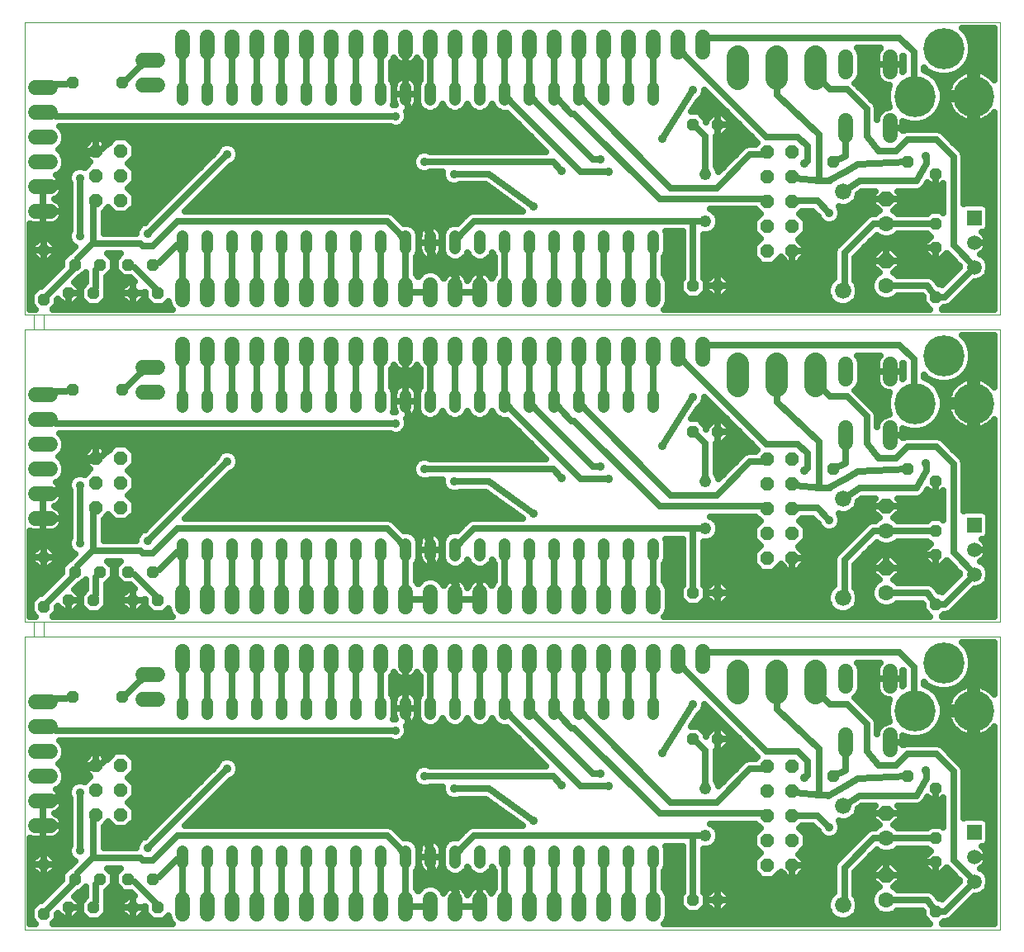
<source format=gtl>
G75*
G70*
%OFA0B0*%
%FSLAX24Y24*%
%IPPOS*%
%LPD*%
%AMOC8*
5,1,8,0,0,1.08239X$1,22.5*
%
%ADD10C,0.0000*%
%ADD11C,0.0000*%
%ADD12C,0.0480*%
%ADD13OC8,0.0480*%
%ADD14OC8,0.0540*%
%ADD15C,0.0600*%
%ADD16C,0.0480*%
%ADD17C,0.0660*%
%ADD18R,0.0591X0.0591*%
%ADD19C,0.0591*%
%ADD20OC8,0.0630*%
%ADD21C,0.0630*%
%ADD22C,0.0886*%
%ADD23C,0.1660*%
%ADD24C,0.0250*%
%ADD25C,0.0360*%
%ADD26C,0.0000*%
%ADD27C,0.0480*%
%ADD28OC8,0.0480*%
%ADD29OC8,0.0540*%
%ADD30C,0.0600*%
%ADD31C,0.0480*%
%ADD32C,0.0660*%
%ADD33R,0.0591X0.0591*%
%ADD34C,0.0591*%
%ADD35OC8,0.0630*%
%ADD36C,0.0630*%
%ADD37C,0.0886*%
%ADD38C,0.1660*%
%ADD39C,0.0250*%
%ADD40C,0.0360*%
%ADD41C,0.0000*%
%ADD42C,0.0480*%
%ADD43OC8,0.0480*%
%ADD44OC8,0.0540*%
%ADD45C,0.0600*%
%ADD46C,0.0480*%
%ADD47C,0.0660*%
%ADD48R,0.0591X0.0591*%
%ADD49C,0.0591*%
%ADD50OC8,0.0630*%
%ADD51C,0.0630*%
%ADD52C,0.0886*%
%ADD53C,0.1660*%
%ADD54C,0.0250*%
%ADD55C,0.0360*%
D10*
X000100Y000100D02*
X000100Y011911D01*
X000494Y011911D01*
X000494Y012502D01*
X000100Y012502D01*
X000100Y024313D01*
X000494Y024313D01*
X000494Y024903D01*
X000100Y024903D01*
X000100Y036714D01*
X039470Y036714D01*
X039470Y024903D01*
X000887Y024903D01*
X000887Y024313D01*
X039470Y024313D01*
X039470Y012502D01*
X000887Y012502D01*
X000887Y011911D01*
X039470Y011911D01*
X039470Y000100D01*
X000100Y000100D01*
D11*
X101Y100D02*
X101Y11911D01*
X39471Y11911D01*
X39471Y100D01*
X101Y100D01*
D12*
X6495Y2785D02*
X6495Y3265D01*
X7495Y3265D02*
X7495Y2785D01*
X8495Y2785D02*
X8495Y3265D01*
X9495Y3265D02*
X9495Y2785D01*
X10495Y2785D02*
X10495Y3265D01*
X11495Y3265D02*
X11495Y2785D01*
X12495Y2785D02*
X12495Y3265D01*
X13495Y3265D02*
X13495Y2785D01*
X14495Y2785D02*
X14495Y3265D01*
X15495Y3265D02*
X15495Y2785D01*
X16495Y2785D02*
X16495Y3265D01*
X17495Y3265D02*
X17495Y2785D01*
X18495Y2785D02*
X18495Y3265D01*
X19495Y3265D02*
X19495Y2785D01*
X20495Y2785D02*
X20495Y3265D01*
X21495Y3265D02*
X21495Y2785D01*
X22495Y2785D02*
X22495Y3265D01*
X23495Y3265D02*
X23495Y2785D01*
X24495Y2785D02*
X24495Y3265D01*
X25495Y3265D02*
X25495Y2785D01*
X25495Y8785D02*
X25495Y9265D01*
X24495Y9265D02*
X24495Y8785D01*
X23495Y8785D02*
X23495Y9265D01*
X22495Y9265D02*
X22495Y8785D01*
X21495Y8785D02*
X21495Y9265D01*
X20495Y9265D02*
X20495Y8785D01*
X19495Y8785D02*
X19495Y9265D01*
X18495Y9265D02*
X18495Y8785D01*
X17495Y8785D02*
X17495Y9265D01*
X16495Y9265D02*
X16495Y8785D01*
X15495Y8785D02*
X15495Y9265D01*
X14495Y9265D02*
X14495Y8785D01*
X13495Y8785D02*
X13495Y9265D01*
X12495Y9265D02*
X12495Y8785D01*
X11495Y8785D02*
X11495Y9265D01*
X10495Y9265D02*
X10495Y8785D01*
X9495Y8785D02*
X9495Y9265D01*
X8495Y9265D02*
X8495Y8785D01*
X7495Y8785D02*
X7495Y9265D01*
X6495Y9265D02*
X6495Y8785D01*
D13*
X4045Y9475D03*
X2045Y9475D03*
X895Y2725D03*
X2145Y2125D03*
X3145Y2125D03*
X4295Y2125D03*
X5295Y2125D03*
X5495Y975D03*
X4495Y975D03*
X2895Y975D03*
X1895Y975D03*
X895Y725D03*
X27095Y1275D03*
X28095Y1275D03*
X36895Y825D03*
X36895Y2825D03*
X36895Y3775D03*
X36895Y5775D03*
X35745Y6275D03*
X32745Y6275D03*
X28095Y7775D03*
X27095Y7775D03*
D14*
X30095Y6675D03*
X31095Y6675D03*
X31095Y5675D03*
X30095Y5675D03*
X30095Y4675D03*
X31095Y4675D03*
X31095Y3675D03*
X30095Y3675D03*
X30095Y2675D03*
X31095Y2675D03*
X3995Y4725D03*
X2995Y4725D03*
X2995Y5725D03*
X3995Y5725D03*
X3995Y6725D03*
X2995Y6725D03*
D15*
X1145Y6275D02*
X545Y6275D01*
X545Y5275D02*
X1145Y5275D01*
X1145Y4275D02*
X545Y4275D01*
X545Y7275D02*
X1145Y7275D01*
X1145Y8275D02*
X545Y8275D01*
X545Y9275D02*
X1145Y9275D01*
X4895Y9375D02*
X5495Y9375D01*
X5495Y10375D02*
X4895Y10375D01*
X6495Y10725D02*
X6495Y11325D01*
X7495Y11325D02*
X7495Y10725D01*
X8495Y10725D02*
X8495Y11325D01*
X9495Y11325D02*
X9495Y10725D01*
X10495Y10725D02*
X10495Y11325D01*
X11495Y11325D02*
X11495Y10725D01*
X12495Y10725D02*
X12495Y11325D01*
X13495Y11325D02*
X13495Y10725D01*
X14495Y10725D02*
X14495Y11325D01*
X15495Y11325D02*
X15495Y10725D01*
X16495Y10725D02*
X16495Y11325D01*
X17495Y11325D02*
X17495Y10725D01*
X18495Y10725D02*
X18495Y11325D01*
X19495Y11325D02*
X19495Y10725D01*
X20495Y10725D02*
X20495Y11325D01*
X21495Y11325D02*
X21495Y10725D01*
X22495Y10725D02*
X22495Y11325D01*
X23495Y11325D02*
X23495Y10725D01*
X24495Y10725D02*
X24495Y11325D01*
X25495Y11325D02*
X25495Y10725D01*
X26495Y10725D02*
X26495Y11325D01*
X27495Y11325D02*
X27495Y10725D01*
X33255Y10505D02*
X33255Y9905D01*
X35035Y9905D02*
X35035Y10505D01*
X35035Y7945D02*
X35035Y7345D01*
X33255Y7345D02*
X33255Y7945D01*
X25495Y1325D02*
X25495Y725D01*
X24495Y725D02*
X24495Y1325D01*
X23495Y1325D02*
X23495Y725D01*
X22495Y725D02*
X22495Y1325D01*
X21495Y1325D02*
X21495Y725D01*
X20495Y725D02*
X20495Y1325D01*
X19495Y1325D02*
X19495Y725D01*
X18495Y725D02*
X18495Y1325D01*
X17495Y1325D02*
X17495Y725D01*
X16495Y725D02*
X16495Y1325D01*
X15495Y1325D02*
X15495Y725D01*
X14495Y725D02*
X14495Y1325D01*
X13495Y1325D02*
X13495Y725D01*
X12495Y725D02*
X12495Y1325D01*
X11495Y1325D02*
X11495Y725D01*
X10495Y725D02*
X10495Y1325D01*
X9495Y1325D02*
X9495Y725D01*
X8495Y725D02*
X8495Y1325D01*
X7495Y1325D02*
X7495Y725D01*
X6495Y725D02*
X6495Y1325D01*
D16*
X27595Y3875D03*
X27595Y5775D03*
D17*
X33145Y5075D03*
X33145Y1075D03*
D18*
X38445Y4025D03*
D19*
X38445Y3025D03*
X38445Y2025D03*
D20*
X34895Y2275D03*
X34895Y4775D03*
D21*
X34895Y3775D03*
X34895Y1275D03*
D22*
X32022Y9656D02*
X32022Y10542D01*
X30451Y10546D02*
X30451Y9660D01*
X28880Y9660D02*
X28880Y10546D01*
D23*
X36051Y8925D03*
X38414Y8925D03*
X37213Y10854D03*
D24*
X38282Y10537D02*
X39246Y10537D01*
X39246Y10785D02*
X38328Y10785D01*
X38328Y10707D02*
X38328Y11001D01*
X38252Y11284D01*
X38105Y11539D01*
X37958Y11686D01*
X39246Y11686D01*
X39246Y9573D01*
X39201Y9629D01*
X39118Y9713D01*
X39025Y9787D01*
X38925Y9850D01*
X38818Y9901D01*
X38706Y9940D01*
X38590Y9967D01*
X38539Y9973D01*
X38539Y9050D01*
X38289Y9050D01*
X38289Y9973D01*
X38237Y9967D01*
X38121Y9940D01*
X38009Y9901D01*
X37902Y9850D01*
X37802Y9787D01*
X37709Y9713D01*
X37626Y9629D01*
X37552Y9536D01*
X37489Y9436D01*
X37437Y9329D01*
X37398Y9218D01*
X37372Y9102D01*
X37366Y9050D01*
X38288Y9050D01*
X38288Y8800D01*
X37366Y8800D01*
X37372Y8748D01*
X37398Y8632D01*
X37437Y8521D01*
X37489Y8414D01*
X37552Y8314D01*
X37626Y8221D01*
X37709Y8137D01*
X37802Y8063D01*
X37902Y8000D01*
X38009Y7949D01*
X38121Y7910D01*
X38237Y7883D01*
X38289Y7877D01*
X38289Y8800D01*
X38539Y8800D01*
X38539Y7877D01*
X38590Y7883D01*
X38706Y7910D01*
X38818Y7949D01*
X38925Y8000D01*
X39025Y8063D01*
X39118Y8137D01*
X39201Y8221D01*
X39246Y8277D01*
X39246Y325D01*
X37137Y325D01*
X37227Y415D01*
X37327Y415D01*
X37477Y477D01*
X38445Y1445D01*
X38560Y1445D01*
X38774Y1533D01*
X38937Y1696D01*
X39025Y1910D01*
X39025Y2140D01*
X38937Y2354D01*
X38774Y2517D01*
X38675Y2558D01*
X38718Y2580D01*
X38784Y2628D01*
X38842Y2686D01*
X38890Y2752D01*
X38927Y2825D01*
X38952Y2903D01*
X38965Y2984D01*
X38965Y3025D01*
X38965Y3066D01*
X38952Y3147D01*
X38927Y3225D01*
X38890Y3298D01*
X38842Y3364D01*
X38784Y3422D01*
X38752Y3445D01*
X38797Y3445D01*
X38902Y3488D01*
X38982Y3568D01*
X39025Y3673D01*
X39025Y4377D01*
X38982Y4482D01*
X38902Y4562D01*
X38797Y4605D01*
X38093Y4605D01*
X38011Y4571D01*
X38011Y6550D01*
X37949Y6701D01*
X37134Y7516D01*
X36983Y7579D01*
X36820Y7579D01*
X35820Y7579D01*
X35657Y7579D01*
X35560Y7538D01*
X35560Y7645D01*
X35560Y7921D01*
X35621Y7886D01*
X35905Y7810D01*
X36198Y7810D01*
X36482Y7886D01*
X36736Y8033D01*
X36943Y8240D01*
X37090Y8495D01*
X37166Y8778D01*
X37166Y9072D01*
X37090Y9355D01*
X36943Y9610D01*
X36736Y9817D01*
X36482Y9964D01*
X36411Y9983D01*
X36411Y10079D01*
X36528Y9962D01*
X36782Y9815D01*
X37066Y9739D01*
X37359Y9739D01*
X37643Y9815D01*
X37897Y9962D01*
X38105Y10170D01*
X38252Y10424D01*
X38328Y10707D01*
X38319Y11034D02*
X39246Y11034D01*
X39246Y11282D02*
X38252Y11282D01*
X38109Y11531D02*
X39246Y11531D01*
X36001Y10700D02*
X35426Y11275D01*
X27745Y11275D01*
X27495Y11025D01*
X26745Y10575D02*
X26495Y11025D01*
X25495Y11025D02*
X25495Y9025D01*
X24495Y9025D02*
X24495Y11025D01*
X23495Y11025D02*
X23495Y9025D01*
X22745Y8675D02*
X22495Y9025D01*
X22495Y11025D01*
X21495Y11025D02*
X21495Y9025D01*
X21745Y8675D01*
X22195Y8225D01*
X22295Y8225D01*
X25745Y4775D01*
X30045Y4775D01*
X30095Y4675D01*
X29620Y4365D02*
X29810Y4175D01*
X29540Y3905D01*
X29540Y3445D01*
X29810Y3175D01*
X29540Y2905D01*
X29540Y2445D01*
X29865Y2120D01*
X30325Y2120D01*
X30637Y2433D01*
X30890Y2180D01*
X31095Y2180D01*
X31300Y2180D01*
X31590Y2470D01*
X31590Y2675D01*
X31590Y2880D01*
X31337Y3133D01*
X31650Y3445D01*
X31650Y3905D01*
X31380Y4175D01*
X31495Y4290D01*
X31931Y4290D01*
X32159Y4062D01*
X32201Y3962D01*
X32332Y3831D01*
X32503Y3760D01*
X32687Y3760D01*
X32858Y3831D01*
X32989Y3962D01*
X33060Y4133D01*
X33060Y4317D01*
X32996Y4471D01*
X33023Y4460D01*
X33267Y4460D01*
X33493Y4554D01*
X33666Y4727D01*
X33760Y4953D01*
X33760Y4976D01*
X33927Y5090D01*
X34446Y5090D01*
X34355Y4999D01*
X34355Y4775D01*
X34895Y4775D01*
X35435Y4775D01*
X35435Y4999D01*
X35344Y5090D01*
X36075Y5090D01*
X36130Y5083D01*
X36156Y5090D01*
X36183Y5090D01*
X36234Y5111D01*
X36288Y5126D01*
X36309Y5142D01*
X36334Y5152D01*
X36373Y5192D01*
X36417Y5226D01*
X36430Y5249D01*
X36449Y5268D01*
X36470Y5319D01*
X36551Y5461D01*
X36702Y5310D01*
X36895Y5310D01*
X37088Y5310D01*
X37191Y5414D01*
X37191Y4221D01*
X37112Y4300D01*
X36678Y4300D01*
X36563Y4185D01*
X35334Y4185D01*
X35235Y4284D01*
X35187Y4303D01*
X35435Y4551D01*
X35435Y4775D01*
X34895Y4775D01*
X34895Y4775D01*
X34895Y4775D01*
X34355Y4775D01*
X34355Y4551D01*
X34603Y4303D01*
X34555Y4284D01*
X34456Y4185D01*
X34295Y4185D01*
X34144Y4123D01*
X32969Y2947D01*
X32854Y2832D01*
X32791Y2681D01*
X32791Y1591D01*
X28437Y1591D01*
X28560Y1468D02*
X28288Y1740D01*
X28095Y1740D01*
X28095Y1275D01*
X28560Y1275D01*
X28560Y1468D01*
X28560Y1342D02*
X32590Y1342D01*
X32624Y1423D02*
X32530Y1197D01*
X32530Y953D01*
X32624Y727D01*
X32797Y554D01*
X33023Y460D01*
X33267Y460D01*
X33493Y554D01*
X33666Y727D01*
X33760Y953D01*
X33760Y1197D01*
X33666Y1423D01*
X33611Y1478D01*
X33611Y2430D01*
X34501Y3320D01*
X34555Y3266D01*
X34776Y3175D01*
X35014Y3175D01*
X35235Y3266D01*
X35334Y3365D01*
X36563Y3365D01*
X36670Y3258D01*
X36430Y3018D01*
X36430Y2825D01*
X36895Y2825D01*
X36895Y2360D01*
X37088Y2360D01*
X37324Y2597D01*
X37369Y2552D01*
X37865Y2057D01*
X37865Y2025D01*
X37151Y1311D01*
X37112Y1350D01*
X37006Y1350D01*
X36903Y1483D01*
X36893Y1507D01*
X36853Y1547D01*
X36819Y1591D01*
X37431Y1591D01*
X36819Y1591D02*
X36796Y1604D01*
X36777Y1623D01*
X36725Y1644D01*
X36677Y1672D01*
X36651Y1675D01*
X36627Y1685D01*
X36571Y1685D01*
X36515Y1692D01*
X36490Y1685D01*
X35334Y1685D01*
X35235Y1784D01*
X35187Y1803D01*
X35435Y2051D01*
X35435Y2275D01*
X35435Y2499D01*
X35119Y2815D01*
X34895Y2815D01*
X34895Y2275D01*
X34895Y2275D01*
X35435Y2275D01*
X34895Y2275D01*
X34895Y2275D01*
X34895Y2275D01*
X34355Y2275D01*
X34355Y2499D01*
X34671Y2815D01*
X34895Y2815D01*
X34895Y2275D01*
X34355Y2275D01*
X34355Y2051D01*
X34603Y1803D01*
X34555Y1784D01*
X34386Y1615D01*
X34295Y1394D01*
X34295Y1156D01*
X34386Y935D01*
X34555Y766D01*
X34776Y675D01*
X35014Y675D01*
X35235Y766D01*
X35334Y865D01*
X36344Y865D01*
X36370Y832D01*
X36370Y608D01*
X36653Y325D01*
X25922Y325D01*
X25991Y394D01*
X26080Y609D01*
X26080Y1441D01*
X25991Y1656D01*
X25905Y1742D01*
X25905Y2453D01*
X25940Y2488D01*
X26020Y2681D01*
X26020Y3369D01*
X25980Y3465D01*
X26685Y3465D01*
X26685Y1607D01*
X26570Y1492D01*
X26570Y1058D01*
X26878Y750D01*
X27312Y750D01*
X27620Y1058D01*
X27620Y1492D01*
X27505Y1607D01*
X27505Y3350D01*
X27699Y3350D01*
X27892Y3430D01*
X28040Y3578D01*
X28120Y3771D01*
X28120Y3979D01*
X28040Y4172D01*
X27892Y4320D01*
X27784Y4365D01*
X29620Y4365D01*
X29661Y4324D02*
X27882Y4324D01*
X28080Y4076D02*
X29711Y4076D01*
X29540Y3827D02*
X28120Y3827D01*
X28041Y3579D02*
X29540Y3579D01*
X29655Y3330D02*
X27505Y3330D01*
X27505Y3082D02*
X29717Y3082D01*
X29540Y2833D02*
X27505Y2833D01*
X27505Y2585D02*
X29540Y2585D01*
X29649Y2336D02*
X27505Y2336D01*
X27505Y2088D02*
X32791Y2088D01*
X32791Y2336D02*
X31456Y2336D01*
X31095Y2336D02*
X31095Y2336D01*
X31095Y2180D02*
X31095Y2675D01*
X31590Y2675D01*
X31095Y2675D01*
X31095Y2675D01*
X31095Y2675D01*
X31095Y2180D01*
X30734Y2336D02*
X30541Y2336D01*
X31095Y2585D02*
X31095Y2585D01*
X31590Y2585D02*
X32791Y2585D01*
X33201Y2600D02*
X33201Y1231D01*
X33145Y1075D01*
X32530Y1094D02*
X28560Y1094D01*
X28560Y1082D02*
X28560Y1275D01*
X28095Y1275D01*
X28095Y1275D01*
X28095Y1275D01*
X28095Y810D01*
X28288Y810D01*
X28560Y1082D01*
X28323Y845D02*
X32574Y845D01*
X32753Y597D02*
X26075Y597D01*
X26080Y845D02*
X26782Y845D01*
X26570Y1094D02*
X26080Y1094D01*
X26080Y1342D02*
X26570Y1342D01*
X27095Y1275D02*
X27095Y3875D01*
X27595Y3875D01*
X27095Y3875D02*
X18245Y3875D01*
X17745Y3375D01*
X17495Y3025D01*
X16970Y3082D02*
X16960Y3082D01*
X16960Y3025D02*
X16495Y3025D01*
X16395Y3525D01*
X15595Y4325D01*
X15595Y7325D01*
X3745Y7325D01*
X3245Y6825D01*
X2995Y6725D01*
X2745Y6625D01*
X2595Y6625D01*
X1395Y5425D01*
X845Y5275D01*
X1670Y5275D01*
X1670Y5316D01*
X1657Y5398D01*
X1632Y5477D01*
X1594Y5550D01*
X1545Y5617D01*
X1487Y5675D01*
X1420Y5724D01*
X1386Y5742D01*
X1476Y5779D01*
X1641Y5944D01*
X1730Y6159D01*
X1730Y6391D01*
X1641Y6606D01*
X1476Y6771D01*
X1467Y6775D01*
X1476Y6779D01*
X1641Y6944D01*
X1730Y7159D01*
X1730Y7391D01*
X1641Y7606D01*
X1532Y7715D01*
X14870Y7715D01*
X15003Y7660D01*
X15187Y7660D01*
X15358Y7731D01*
X15489Y7862D01*
X15560Y8033D01*
X15560Y8217D01*
X15518Y8320D01*
X15532Y8320D01*
X15604Y8331D01*
X15673Y8354D01*
X15739Y8387D01*
X15798Y8430D01*
X15850Y8482D01*
X15893Y8541D01*
X15926Y8607D01*
X15949Y8676D01*
X15960Y8748D01*
X15960Y9025D01*
X15960Y9302D01*
X15949Y9374D01*
X15926Y9443D01*
X15893Y9509D01*
X15850Y9568D01*
X15798Y9620D01*
X15739Y9663D01*
X15673Y9696D01*
X15604Y9719D01*
X15532Y9730D01*
X15495Y9730D01*
X15495Y9025D01*
X15595Y8525D01*
X15595Y7325D01*
X15431Y7803D02*
X20037Y7803D01*
X20285Y7555D02*
X1662Y7555D01*
X1730Y7306D02*
X20534Y7306D01*
X20782Y7058D02*
X4447Y7058D01*
X4550Y6955D02*
X4225Y7280D01*
X3765Y7280D01*
X3453Y6967D01*
X3200Y7220D01*
X2995Y7220D01*
X2995Y6725D01*
X2995Y6725D01*
X2995Y6725D01*
X2500Y6725D01*
X2500Y6930D01*
X2790Y7220D01*
X2995Y7220D01*
X2995Y6725D01*
X2500Y6725D01*
X2500Y6520D01*
X2753Y6267D01*
X2535Y6050D01*
X2437Y6090D01*
X2253Y6090D01*
X2082Y6019D01*
X1951Y5888D01*
X1880Y5717D01*
X1880Y5533D01*
X1935Y5400D01*
X1935Y3500D01*
X1880Y3367D01*
X1880Y3183D01*
X1951Y3012D01*
X2082Y2881D01*
X2145Y2855D01*
X2011Y2721D01*
X2009Y2720D01*
X1953Y2663D01*
X1940Y2650D01*
X1928Y2650D01*
X1620Y2342D01*
X1620Y2080D01*
X792Y1251D01*
X789Y1250D01*
X678Y1250D01*
X370Y942D01*
X370Y508D01*
X553Y325D01*
X326Y325D01*
X326Y3797D01*
X343Y3788D01*
X422Y3763D01*
X504Y3750D01*
X845Y3750D01*
X1186Y3750D01*
X1268Y3763D01*
X1347Y3788D01*
X1420Y3826D01*
X1487Y3875D01*
X1545Y3933D01*
X1594Y4000D01*
X1632Y4073D01*
X1657Y4152D01*
X1670Y4234D01*
X1670Y4275D01*
X1670Y4316D01*
X1657Y4398D01*
X1632Y4477D01*
X1594Y4550D01*
X1545Y4617D01*
X1487Y4675D01*
X1420Y4724D01*
X1347Y4762D01*
X1305Y4775D01*
X1347Y4788D01*
X1420Y4826D01*
X1487Y4875D01*
X1545Y4933D01*
X1594Y5000D01*
X1632Y5073D01*
X1657Y5152D01*
X1670Y5234D01*
X1670Y5275D01*
X845Y5275D01*
X845Y5275D01*
X845Y4800D01*
X845Y4275D01*
X1670Y4275D01*
X845Y4275D01*
X845Y4275D01*
X845Y4275D01*
X845Y3750D01*
X845Y4275D01*
X845Y4275D01*
X845Y5275D01*
X845Y5275D01*
X845Y5070D02*
X845Y5070D01*
X845Y4821D02*
X845Y4821D01*
X1411Y4821D02*
X1935Y4821D01*
X1935Y4573D02*
X1578Y4573D01*
X1669Y4324D02*
X1935Y4324D01*
X1935Y4076D02*
X1632Y4076D01*
X1422Y3827D02*
X1935Y3827D01*
X1935Y3579D02*
X326Y3579D01*
X326Y3330D02*
X1880Y3330D01*
X1922Y3082D02*
X1196Y3082D01*
X1088Y3190D02*
X895Y3190D01*
X895Y2725D01*
X895Y2725D01*
X1360Y2725D01*
X1360Y2918D01*
X1088Y3190D01*
X895Y3190D02*
X702Y3190D01*
X430Y2918D01*
X430Y2725D01*
X895Y2725D01*
X895Y2725D01*
X895Y2725D01*
X895Y3190D01*
X895Y3082D02*
X895Y3082D01*
X594Y3082D02*
X326Y3082D01*
X326Y2833D02*
X430Y2833D01*
X430Y2725D02*
X430Y2532D01*
X702Y2260D01*
X895Y2260D01*
X1088Y2260D01*
X1360Y2532D01*
X1360Y2725D01*
X895Y2725D01*
X895Y2260D01*
X895Y2725D01*
X895Y2725D01*
X430Y2725D01*
X430Y2585D02*
X326Y2585D01*
X895Y2585D02*
X895Y2585D01*
X1360Y2585D02*
X1862Y2585D01*
X2245Y2375D02*
X2145Y2125D01*
X2045Y1925D01*
X1045Y925D01*
X895Y725D01*
X1420Y720D02*
X1420Y508D01*
X1237Y325D01*
X6068Y325D01*
X5999Y394D01*
X5910Y609D01*
X5910Y648D01*
X5712Y450D01*
X5278Y450D01*
X4970Y758D01*
X4970Y1020D01*
X4960Y1030D01*
X4960Y975D01*
X4495Y975D01*
X4495Y975D01*
X4495Y975D01*
X4495Y1440D01*
X4550Y1440D01*
X4390Y1600D01*
X4078Y1600D01*
X3770Y1908D01*
X3770Y2342D01*
X3993Y2565D01*
X3447Y2565D01*
X3670Y2342D01*
X3670Y1908D01*
X3405Y1643D01*
X3405Y1227D01*
X3405Y1207D01*
X3420Y1192D01*
X3420Y758D01*
X3112Y450D01*
X2678Y450D01*
X2370Y758D01*
X2370Y1192D01*
X2585Y1407D01*
X2585Y1823D01*
X2362Y1600D01*
X2300Y1600D01*
X2114Y1414D01*
X2360Y1168D01*
X2360Y975D01*
X1895Y975D01*
X1895Y975D01*
X2360Y975D01*
X2360Y782D01*
X2088Y510D01*
X1895Y510D01*
X1895Y975D01*
X1895Y975D01*
X1895Y510D01*
X1702Y510D01*
X1456Y756D01*
X1420Y720D01*
X1420Y597D02*
X1616Y597D01*
X1895Y597D02*
X1895Y597D01*
X2174Y597D02*
X2531Y597D01*
X2370Y845D02*
X2360Y845D01*
X1895Y845D02*
X1895Y845D01*
X2360Y1094D02*
X2370Y1094D01*
X2520Y1342D02*
X2185Y1342D01*
X2291Y1591D02*
X2585Y1591D01*
X2995Y1925D02*
X2995Y1225D01*
X2895Y975D01*
X3420Y1094D02*
X4030Y1094D01*
X4030Y1168D02*
X4030Y975D01*
X4495Y975D01*
X4960Y975D01*
X4960Y782D01*
X4688Y510D01*
X4495Y510D01*
X4495Y975D01*
X4495Y975D01*
X4495Y975D01*
X4495Y1440D01*
X4302Y1440D01*
X4030Y1168D01*
X4030Y975D02*
X4030Y782D01*
X4302Y510D01*
X4495Y510D01*
X4495Y975D01*
X4030Y975D01*
X4030Y845D02*
X3420Y845D01*
X3259Y597D02*
X4216Y597D01*
X4495Y597D02*
X4495Y597D01*
X4774Y597D02*
X5131Y597D01*
X4970Y845D02*
X4960Y845D01*
X4495Y845D02*
X4495Y845D01*
X4495Y1094D02*
X4495Y1094D01*
X4495Y1342D02*
X4495Y1342D01*
X4205Y1342D02*
X3405Y1342D01*
X3405Y1591D02*
X4399Y1591D01*
X3838Y1839D02*
X3602Y1839D01*
X3145Y2125D02*
X2995Y1925D01*
X3670Y2088D02*
X3770Y2088D01*
X3770Y2336D02*
X3670Y2336D01*
X4295Y2125D02*
X4545Y2025D01*
X5395Y1175D01*
X5495Y975D01*
X6495Y1025D02*
X6495Y3025D01*
X6245Y2925D01*
X5545Y2225D01*
X5295Y2125D01*
X5295Y2875D02*
X4895Y2875D01*
X4795Y2975D01*
X2995Y2975D01*
X2895Y3025D01*
X2245Y2375D01*
X1620Y2336D02*
X1164Y2336D01*
X895Y2336D02*
X895Y2336D01*
X626Y2336D02*
X326Y2336D01*
X326Y2088D02*
X1620Y2088D01*
X1379Y1839D02*
X326Y1839D01*
X326Y1591D02*
X1131Y1591D01*
X882Y1342D02*
X326Y1342D01*
X326Y1094D02*
X521Y1094D01*
X370Y845D02*
X326Y845D01*
X326Y597D02*
X370Y597D01*
X326Y348D02*
X529Y348D01*
X1261Y348D02*
X6044Y348D01*
X5915Y597D02*
X5859Y597D01*
X7495Y1025D02*
X7495Y3025D01*
X8495Y3025D02*
X8495Y1025D01*
X9495Y1025D02*
X9495Y3025D01*
X10495Y3025D02*
X10495Y1025D01*
X11495Y1025D02*
X11495Y3025D01*
X12495Y3025D02*
X12495Y1025D01*
X13495Y1025D02*
X13495Y3025D01*
X14495Y3025D02*
X14495Y1025D01*
X15495Y1025D02*
X16495Y1025D01*
X15495Y1025D02*
X15495Y3025D01*
X15245Y3375D01*
X14745Y3875D01*
X6295Y3875D01*
X5295Y2875D01*
X5095Y3375D02*
X8295Y6575D01*
X8760Y6561D02*
X15873Y6561D01*
X15851Y6538D02*
X15780Y6367D01*
X15780Y6183D01*
X15851Y6012D01*
X15982Y5881D01*
X16153Y5810D01*
X16337Y5810D01*
X16470Y5865D01*
X16980Y5865D01*
X16980Y5683D01*
X17051Y5512D01*
X17182Y5381D01*
X17353Y5310D01*
X17537Y5310D01*
X17670Y5365D01*
X18712Y5365D01*
X20208Y4285D01*
X18163Y4285D01*
X18013Y4223D01*
X17897Y4107D01*
X17580Y3790D01*
X17391Y3790D01*
X17198Y3710D01*
X17050Y3562D01*
X16970Y3369D01*
X16970Y2681D01*
X17050Y2488D01*
X17198Y2340D01*
X17391Y2260D01*
X17599Y2260D01*
X17792Y2340D01*
X17940Y2488D01*
X17995Y2620D01*
X18050Y2488D01*
X18198Y2340D01*
X18391Y2260D01*
X18599Y2260D01*
X18792Y2340D01*
X18940Y2488D01*
X18995Y2620D01*
X19050Y2488D01*
X19085Y2453D01*
X19085Y1742D01*
X18999Y1656D01*
X18962Y1566D01*
X18944Y1600D01*
X18895Y1667D01*
X18837Y1725D01*
X18770Y1774D01*
X18697Y1812D01*
X18618Y1837D01*
X18536Y1850D01*
X18495Y1850D01*
X18495Y1025D01*
X18495Y1025D01*
X18495Y1025D01*
X17495Y1025D01*
X17545Y1575D01*
X16595Y2525D01*
X16495Y3025D01*
X16495Y3025D01*
X16495Y3025D01*
X16495Y3730D01*
X16532Y3730D01*
X16604Y3719D01*
X16673Y3696D01*
X16739Y3663D01*
X16798Y3620D01*
X16850Y3568D01*
X16893Y3509D01*
X16926Y3443D01*
X16949Y3374D01*
X16960Y3302D01*
X16960Y3025D01*
X16495Y3025D01*
X16495Y2320D01*
X16532Y2320D01*
X16604Y2331D01*
X16673Y2354D01*
X16739Y2387D01*
X16798Y2430D01*
X16850Y2482D01*
X16893Y2541D01*
X16926Y2607D01*
X16949Y2676D01*
X16960Y2748D01*
X16960Y3025D01*
X16960Y2833D02*
X16970Y2833D01*
X17010Y2585D02*
X16915Y2585D01*
X16495Y2585D02*
X16495Y2585D01*
X16386Y2331D02*
X16317Y2354D01*
X16251Y2387D01*
X16192Y2430D01*
X16140Y2482D01*
X16097Y2541D01*
X16064Y2607D01*
X16041Y2676D01*
X16030Y2748D01*
X16030Y3025D01*
X16495Y3025D01*
X16495Y3025D01*
X16495Y3025D01*
X16495Y3730D01*
X16458Y3730D01*
X16386Y3719D01*
X16317Y3696D01*
X16251Y3663D01*
X16192Y3620D01*
X16140Y3568D01*
X16097Y3509D01*
X16064Y3443D01*
X16041Y3374D01*
X16030Y3302D01*
X16030Y3025D01*
X16495Y3025D01*
X16495Y2320D01*
X16458Y2320D01*
X16386Y2331D01*
X16371Y2336D02*
X15905Y2336D01*
X15905Y2453D02*
X15940Y2488D01*
X16020Y2681D01*
X16020Y3369D01*
X15940Y3562D01*
X15792Y3710D01*
X15599Y3790D01*
X15410Y3790D01*
X14977Y4223D01*
X14827Y4285D01*
X6585Y4285D01*
X8426Y6126D01*
X8558Y6181D01*
X8689Y6312D01*
X8760Y6483D01*
X8760Y6667D01*
X8689Y6838D01*
X8558Y6969D01*
X8387Y7040D01*
X8203Y7040D01*
X8032Y6969D01*
X7901Y6838D01*
X7846Y6706D01*
X4964Y3824D01*
X4832Y3769D01*
X4701Y3638D01*
X4630Y3467D01*
X4630Y3385D01*
X3305Y3385D01*
X3305Y4250D01*
X3495Y4440D01*
X3765Y4170D01*
X4225Y4170D01*
X4550Y4495D01*
X4550Y4955D01*
X4280Y5225D01*
X4550Y5495D01*
X4550Y5955D01*
X4280Y6225D01*
X4550Y6495D01*
X4550Y6955D01*
X4550Y6809D02*
X7889Y6809D01*
X7701Y6561D02*
X4550Y6561D01*
X4367Y6312D02*
X7452Y6312D01*
X7204Y6064D02*
X4441Y6064D01*
X4550Y5815D02*
X6955Y5815D01*
X6707Y5567D02*
X4550Y5567D01*
X4373Y5318D02*
X6458Y5318D01*
X6210Y5070D02*
X4435Y5070D01*
X4550Y4821D02*
X5961Y4821D01*
X5713Y4573D02*
X4550Y4573D01*
X4379Y4324D02*
X5464Y4324D01*
X5216Y4076D02*
X3305Y4076D01*
X3379Y4324D02*
X3611Y4324D01*
X2895Y4475D02*
X2995Y4725D01*
X2895Y4475D02*
X2895Y3025D01*
X2345Y3275D02*
X2345Y5625D01*
X1921Y5815D02*
X1513Y5815D01*
X1582Y5567D02*
X1880Y5567D01*
X1935Y5318D02*
X1670Y5318D01*
X1630Y5070D02*
X1935Y5070D01*
X845Y4573D02*
X845Y4573D01*
X845Y4324D02*
X845Y4324D01*
X845Y4076D02*
X845Y4076D01*
X845Y3827D02*
X845Y3827D01*
X3305Y3827D02*
X4967Y3827D01*
X4676Y3579D02*
X3305Y3579D01*
X2123Y2833D02*
X1360Y2833D01*
X895Y2833D02*
X895Y2833D01*
X6624Y4324D02*
X20153Y4324D01*
X20645Y4475D02*
X18845Y5775D01*
X17445Y5775D01*
X16980Y5815D02*
X16350Y5815D01*
X16140Y5815D02*
X8115Y5815D01*
X7867Y5567D02*
X17028Y5567D01*
X17332Y5318D02*
X7618Y5318D01*
X7370Y5070D02*
X19121Y5070D01*
X18777Y5318D02*
X17558Y5318D01*
X19465Y4821D02*
X7121Y4821D01*
X6873Y4573D02*
X19809Y4573D01*
X17866Y4076D02*
X15124Y4076D01*
X15373Y3827D02*
X17617Y3827D01*
X17066Y3579D02*
X16839Y3579D01*
X16495Y3579D02*
X16495Y3579D01*
X16151Y3579D02*
X15924Y3579D01*
X16020Y3330D02*
X16035Y3330D01*
X16020Y3082D02*
X16030Y3082D01*
X16495Y3082D02*
X16495Y3082D01*
X16495Y3330D02*
X16495Y3330D01*
X16955Y3330D02*
X16970Y3330D01*
X16495Y2833D02*
X16495Y2833D01*
X16030Y2833D02*
X16020Y2833D01*
X15980Y2585D02*
X16075Y2585D01*
X15905Y2453D02*
X15905Y1742D01*
X15991Y1656D01*
X15995Y1647D01*
X15999Y1656D01*
X16164Y1821D01*
X16379Y1910D01*
X16611Y1910D01*
X16826Y1821D01*
X16991Y1656D01*
X17028Y1566D01*
X17046Y1600D01*
X17095Y1667D01*
X17153Y1725D01*
X17220Y1774D01*
X17293Y1812D01*
X17372Y1837D01*
X17454Y1850D01*
X17495Y1850D01*
X17495Y1025D01*
X17495Y1025D01*
X17495Y1025D01*
X17970Y1025D01*
X18495Y1025D01*
X18495Y1850D01*
X18454Y1850D01*
X18372Y1837D01*
X18293Y1812D01*
X18220Y1774D01*
X18153Y1725D01*
X18095Y1667D01*
X18046Y1600D01*
X18008Y1527D01*
X17995Y1485D01*
X17982Y1527D01*
X17944Y1600D01*
X17895Y1667D01*
X17837Y1725D01*
X17770Y1774D01*
X17697Y1812D01*
X17618Y1837D01*
X17536Y1850D01*
X17495Y1850D01*
X17495Y1025D01*
X17495Y1094D02*
X17495Y1094D01*
X17495Y1342D02*
X17495Y1342D01*
X17495Y1591D02*
X17495Y1591D01*
X17041Y1591D02*
X17018Y1591D01*
X16782Y1839D02*
X17386Y1839D01*
X17495Y1839D02*
X17495Y1839D01*
X17604Y1839D02*
X18386Y1839D01*
X18495Y1839D02*
X18495Y1839D01*
X18604Y1839D02*
X19085Y1839D01*
X19085Y2088D02*
X15905Y2088D01*
X16495Y2336D02*
X16495Y2336D01*
X16619Y2336D02*
X17206Y2336D01*
X17784Y2336D02*
X18206Y2336D01*
X18010Y2585D02*
X17980Y2585D01*
X18784Y2336D02*
X19085Y2336D01*
X19010Y2585D02*
X18980Y2585D01*
X19495Y3025D02*
X19495Y1025D01*
X18495Y1094D02*
X18495Y1094D01*
X18495Y1342D02*
X18495Y1342D01*
X18495Y1591D02*
X18495Y1591D01*
X18041Y1591D02*
X17949Y1591D01*
X18949Y1591D02*
X18972Y1591D01*
X20495Y1025D02*
X20495Y3025D01*
X21495Y3025D02*
X21495Y1025D01*
X22495Y1025D02*
X22495Y3025D01*
X23495Y3025D02*
X23495Y1025D01*
X24495Y1025D02*
X24495Y3025D01*
X25495Y3025D02*
X25495Y1025D01*
X26018Y1591D02*
X26668Y1591D01*
X26685Y1839D02*
X25905Y1839D01*
X25905Y2088D02*
X26685Y2088D01*
X26685Y2336D02*
X25905Y2336D01*
X25980Y2585D02*
X26685Y2585D01*
X26685Y2833D02*
X26020Y2833D01*
X26020Y3082D02*
X26685Y3082D01*
X26685Y3330D02*
X26020Y3330D01*
X27505Y1839D02*
X32791Y1839D01*
X32791Y1591D02*
X32624Y1423D01*
X33611Y1591D02*
X34376Y1591D01*
X34295Y1342D02*
X33700Y1342D01*
X33760Y1094D02*
X34321Y1094D01*
X34895Y1275D02*
X36545Y1275D01*
X36895Y825D01*
X37245Y825D01*
X38445Y2025D01*
X38445Y2056D01*
X37601Y2900D01*
X37601Y6469D01*
X36901Y7169D01*
X35739Y7169D01*
X35295Y6725D01*
X34576Y6725D01*
X34101Y7300D01*
X34101Y8400D01*
X33301Y9200D01*
X32601Y9200D01*
X32001Y9800D01*
X32001Y10079D01*
X32022Y10099D01*
X30451Y10103D02*
X30495Y9425D01*
X30495Y8975D01*
X32195Y7375D01*
X32195Y5525D01*
X31245Y5625D01*
X31095Y5675D01*
X32195Y5525D02*
X32626Y5525D01*
X32551Y5500D01*
X33245Y5875D01*
X33745Y6175D01*
X35745Y6275D01*
X36501Y6200D02*
X36501Y6419D01*
X36495Y6525D01*
X36501Y6200D02*
X36101Y5500D01*
X33801Y5500D01*
X33176Y5075D01*
X33145Y5075D01*
X33706Y4821D02*
X34355Y4821D01*
X34355Y4573D02*
X33513Y4573D01*
X33057Y4324D02*
X34582Y4324D01*
X35208Y4324D02*
X37191Y4324D01*
X37191Y4573D02*
X35435Y4573D01*
X35435Y4821D02*
X37191Y4821D01*
X37191Y5070D02*
X35364Y5070D01*
X34426Y5070D02*
X33898Y5070D01*
X32576Y4225D02*
X32101Y4700D01*
X31120Y4700D01*
X31095Y4675D01*
X31479Y4076D02*
X32145Y4076D01*
X32576Y4225D02*
X32595Y4225D01*
X33037Y4076D02*
X34097Y4076D01*
X33849Y3827D02*
X32850Y3827D01*
X32340Y3827D02*
X31650Y3827D01*
X31650Y3579D02*
X33600Y3579D01*
X33352Y3330D02*
X31535Y3330D01*
X31388Y3082D02*
X33103Y3082D01*
X32855Y2833D02*
X31590Y2833D01*
X33201Y2600D02*
X34376Y3775D01*
X34895Y3775D01*
X36895Y3775D01*
X36597Y3330D02*
X35299Y3330D01*
X34263Y3082D02*
X36494Y3082D01*
X36430Y2833D02*
X34015Y2833D01*
X33766Y2585D02*
X34441Y2585D01*
X34895Y2585D02*
X34895Y2585D01*
X35349Y2585D02*
X36478Y2585D01*
X36430Y2632D02*
X36702Y2360D01*
X36895Y2360D01*
X36895Y2825D01*
X36895Y2825D01*
X36895Y2825D01*
X36430Y2825D01*
X36430Y2632D01*
X36895Y2585D02*
X36895Y2585D01*
X37312Y2585D02*
X37336Y2585D01*
X37585Y2336D02*
X35435Y2336D01*
X35435Y2088D02*
X37833Y2088D01*
X37679Y1839D02*
X35223Y1839D01*
X34567Y1839D02*
X33611Y1839D01*
X33611Y2088D02*
X34355Y2088D01*
X34355Y2336D02*
X33611Y2336D01*
X34895Y2336D02*
X34895Y2336D01*
X37120Y1342D02*
X37182Y1342D01*
X38094Y1094D02*
X39246Y1094D01*
X39246Y1342D02*
X38342Y1342D01*
X38831Y1591D02*
X39246Y1591D01*
X39246Y1839D02*
X38996Y1839D01*
X39025Y2088D02*
X39246Y2088D01*
X39246Y2336D02*
X38944Y2336D01*
X38724Y2585D02*
X39246Y2585D01*
X39246Y2833D02*
X38930Y2833D01*
X38965Y3025D02*
X38445Y3025D01*
X38965Y3025D01*
X38963Y3082D02*
X39246Y3082D01*
X39246Y3330D02*
X38866Y3330D01*
X38986Y3579D02*
X39246Y3579D01*
X39246Y3827D02*
X39025Y3827D01*
X39025Y4076D02*
X39246Y4076D01*
X39246Y4324D02*
X39025Y4324D01*
X38875Y4573D02*
X39246Y4573D01*
X39246Y4821D02*
X38011Y4821D01*
X38011Y4573D02*
X38015Y4573D01*
X38011Y5070D02*
X39246Y5070D01*
X39246Y5318D02*
X38011Y5318D01*
X38011Y5567D02*
X39246Y5567D01*
X39246Y5815D02*
X38011Y5815D01*
X38011Y6064D02*
X39246Y6064D01*
X39246Y6312D02*
X38011Y6312D01*
X38007Y6561D02*
X39246Y6561D01*
X39246Y6809D02*
X37841Y6809D01*
X37592Y7058D02*
X39246Y7058D01*
X39246Y7306D02*
X37344Y7306D01*
X37041Y7555D02*
X39246Y7555D01*
X39246Y7803D02*
X35560Y7803D01*
X35560Y7645D02*
X35035Y7645D01*
X35035Y7645D01*
X35560Y7645D01*
X35560Y7555D02*
X35599Y7555D01*
X34511Y7995D02*
X34511Y8481D01*
X34449Y8632D01*
X33649Y9432D01*
X33629Y9452D01*
X33751Y9574D01*
X33840Y9789D01*
X33840Y10621D01*
X33751Y10836D01*
X33722Y10865D01*
X34653Y10865D01*
X34635Y10847D01*
X34586Y10780D01*
X34548Y10707D01*
X34523Y10628D01*
X34510Y10546D01*
X34510Y10205D01*
X35035Y10205D01*
X35560Y10205D01*
X35560Y10546D01*
X35557Y10564D01*
X35591Y10530D01*
X35591Y9947D01*
X35560Y9929D01*
X35560Y10205D01*
X35035Y10205D01*
X35035Y10205D01*
X35035Y10205D01*
X34510Y10205D01*
X34510Y9864D01*
X34523Y9782D01*
X34548Y9703D01*
X34586Y9630D01*
X34635Y9563D01*
X34693Y9505D01*
X34760Y9456D01*
X34833Y9418D01*
X34912Y9393D01*
X34994Y9380D01*
X35027Y9380D01*
X35012Y9355D01*
X34936Y9072D01*
X34936Y8778D01*
X35012Y8495D01*
X35027Y8470D01*
X34994Y8470D01*
X34912Y8457D01*
X34833Y8432D01*
X34760Y8394D01*
X34693Y8345D01*
X34635Y8287D01*
X34586Y8220D01*
X34548Y8147D01*
X34523Y8068D01*
X34511Y7995D01*
X34511Y8052D02*
X34520Y8052D01*
X34511Y8300D02*
X34648Y8300D01*
X34483Y8549D02*
X34998Y8549D01*
X34936Y8797D02*
X34284Y8797D01*
X34035Y9046D02*
X34936Y9046D01*
X34996Y9294D02*
X33787Y9294D01*
X33720Y9543D02*
X34655Y9543D01*
X34521Y9791D02*
X33840Y9791D01*
X33840Y10040D02*
X34510Y10040D01*
X34510Y10288D02*
X33840Y10288D01*
X33840Y10537D02*
X34510Y10537D01*
X34590Y10785D02*
X33772Y10785D01*
X35560Y10537D02*
X35584Y10537D01*
X36001Y10700D02*
X36001Y8975D01*
X36051Y8925D01*
X37107Y9294D02*
X37425Y9294D01*
X37166Y9046D02*
X38288Y9046D01*
X38289Y9294D02*
X38539Y9294D01*
X38539Y9543D02*
X38289Y9543D01*
X37557Y9543D02*
X36982Y9543D01*
X36871Y9791D02*
X36762Y9791D01*
X36450Y10040D02*
X36411Y10040D01*
X35591Y10040D02*
X35560Y10040D01*
X35560Y10288D02*
X35591Y10288D01*
X37554Y9791D02*
X37809Y9791D01*
X38289Y9791D02*
X38539Y9791D01*
X39018Y9791D02*
X39246Y9791D01*
X39246Y10040D02*
X37975Y10040D01*
X38173Y10288D02*
X39246Y10288D01*
X38539Y8797D02*
X38289Y8797D01*
X38289Y8549D02*
X38539Y8549D01*
X38539Y8300D02*
X38289Y8300D01*
X38289Y8052D02*
X38539Y8052D01*
X39007Y8052D02*
X39246Y8052D01*
X37820Y8052D02*
X36755Y8052D01*
X36978Y8300D02*
X37562Y8300D01*
X37427Y8549D02*
X37105Y8549D01*
X37166Y8797D02*
X37366Y8797D01*
X33255Y7645D02*
X33245Y7275D01*
X33245Y6525D01*
X32745Y6275D01*
X31701Y6331D02*
X31595Y6225D01*
X31701Y6331D02*
X31701Y6900D01*
X31326Y7275D01*
X30045Y7275D01*
X26745Y10575D01*
X27095Y9175D02*
X25845Y7225D01*
X27095Y7775D02*
X27195Y7725D01*
X27595Y7325D01*
X27595Y5775D01*
X28005Y6107D02*
X28005Y7310D01*
X28095Y7310D01*
X28288Y7310D01*
X28560Y7582D01*
X28560Y7775D01*
X28560Y7968D01*
X28288Y8240D01*
X28095Y8240D01*
X28095Y7775D01*
X28095Y7775D01*
X28560Y7775D01*
X28095Y7775D01*
X28095Y7775D01*
X28095Y8240D01*
X27902Y8240D01*
X27630Y7968D01*
X27630Y7870D01*
X27620Y7880D01*
X27620Y7992D01*
X27312Y8300D01*
X27021Y8300D01*
X27319Y8764D01*
X27358Y8781D01*
X27489Y8912D01*
X27560Y9083D01*
X27560Y9180D01*
X29688Y7053D01*
X29620Y6985D01*
X29313Y6985D01*
X29163Y6923D01*
X28120Y5880D01*
X28040Y6072D01*
X28005Y6107D01*
X28044Y6064D02*
X28304Y6064D01*
X28552Y6312D02*
X28005Y6312D01*
X28005Y6561D02*
X28801Y6561D01*
X29049Y6809D02*
X28005Y6809D01*
X28005Y7058D02*
X29682Y7058D01*
X29434Y7306D02*
X28005Y7306D01*
X28095Y7310D02*
X28095Y7775D01*
X28095Y7310D01*
X28095Y7555D02*
X28095Y7555D01*
X28532Y7555D02*
X29185Y7555D01*
X28937Y7803D02*
X28560Y7803D01*
X28476Y8052D02*
X28688Y8052D01*
X28440Y8300D02*
X27021Y8300D01*
X27561Y8052D02*
X27714Y8052D01*
X28095Y8052D02*
X28095Y8052D01*
X28095Y7803D02*
X28095Y7803D01*
X28095Y7775D02*
X28095Y7775D01*
X28191Y8549D02*
X27181Y8549D01*
X27375Y8797D02*
X27943Y8797D01*
X27694Y9046D02*
X27545Y9046D01*
X26195Y5225D02*
X22745Y8675D01*
X20745Y8675D02*
X20495Y9025D01*
X20495Y11025D01*
X19495Y11025D02*
X19495Y9025D01*
X19745Y8675D01*
X22545Y5875D01*
X23695Y5875D01*
X23345Y6375D02*
X23045Y6375D01*
X20745Y8675D01*
X19580Y8260D02*
X19391Y8260D01*
X19198Y8340D01*
X19050Y8488D01*
X18995Y8620D01*
X18940Y8488D01*
X18792Y8340D01*
X18599Y8260D01*
X18391Y8260D01*
X18198Y8340D01*
X18050Y8488D01*
X17995Y8620D01*
X17940Y8488D01*
X17792Y8340D01*
X17599Y8260D01*
X17391Y8260D01*
X17198Y8340D01*
X17050Y8488D01*
X16995Y8620D01*
X16940Y8488D01*
X16792Y8340D01*
X16599Y8260D01*
X16391Y8260D01*
X16198Y8340D01*
X16050Y8488D01*
X15970Y8681D01*
X15970Y9369D01*
X16050Y9562D01*
X16085Y9597D01*
X16085Y10308D01*
X15999Y10394D01*
X15962Y10484D01*
X15944Y10450D01*
X15895Y10383D01*
X15837Y10325D01*
X15770Y10276D01*
X15697Y10238D01*
X15618Y10213D01*
X15536Y10200D01*
X15495Y10200D01*
X15495Y11025D01*
X15495Y9025D01*
X15960Y9025D01*
X15495Y9025D01*
X15495Y9025D01*
X15495Y9025D01*
X15495Y9025D01*
X15030Y9025D01*
X15030Y9302D01*
X15041Y9374D01*
X15064Y9443D01*
X15097Y9509D01*
X15140Y9568D01*
X15192Y9620D01*
X15251Y9663D01*
X15317Y9696D01*
X15386Y9719D01*
X15458Y9730D01*
X15495Y9730D01*
X15495Y9025D01*
X15030Y9025D01*
X15030Y8748D01*
X15041Y8676D01*
X15064Y8607D01*
X15072Y8590D01*
X15003Y8590D01*
X14978Y8580D01*
X15020Y8681D01*
X15020Y9369D01*
X14940Y9562D01*
X14905Y9597D01*
X14905Y10308D01*
X14991Y10394D01*
X15028Y10484D01*
X15046Y10450D01*
X15095Y10383D01*
X15153Y10325D01*
X15220Y10276D01*
X15293Y10238D01*
X15372Y10213D01*
X15454Y10200D01*
X15495Y10200D01*
X15495Y11025D01*
X15495Y11025D01*
X15495Y10785D02*
X15495Y10785D01*
X15495Y10537D02*
X15495Y10537D01*
X15495Y10288D02*
X15495Y10288D01*
X15787Y10288D02*
X16085Y10288D01*
X16085Y10040D02*
X14905Y10040D01*
X14905Y10288D02*
X15203Y10288D01*
X14905Y9791D02*
X16085Y9791D01*
X16042Y9543D02*
X15868Y9543D01*
X15495Y9543D02*
X15495Y9543D01*
X15122Y9543D02*
X14948Y9543D01*
X15020Y9294D02*
X15030Y9294D01*
X15020Y9046D02*
X15030Y9046D01*
X15495Y9046D02*
X15495Y9046D01*
X15495Y9294D02*
X15495Y9294D01*
X15960Y9294D02*
X15970Y9294D01*
X15960Y9046D02*
X15970Y9046D01*
X16495Y9025D02*
X16495Y11025D01*
X17495Y11025D02*
X17495Y9025D01*
X18495Y9025D02*
X18495Y11025D01*
X14495Y11025D02*
X14495Y9025D01*
X15020Y8797D02*
X15030Y8797D01*
X15897Y8549D02*
X16025Y8549D01*
X15970Y8797D02*
X15960Y8797D01*
X16965Y8549D02*
X17025Y8549D01*
X17293Y8300D02*
X16697Y8300D01*
X16293Y8300D02*
X15526Y8300D01*
X15560Y8052D02*
X19788Y8052D01*
X19580Y8260D02*
X21155Y6685D01*
X16470Y6685D01*
X16337Y6740D01*
X16153Y6740D01*
X15982Y6669D01*
X15851Y6538D01*
X15780Y6312D02*
X8690Y6312D01*
X8364Y6064D02*
X15829Y6064D01*
X16245Y6275D02*
X21445Y6275D01*
X21795Y5925D01*
X21031Y6809D02*
X8701Y6809D01*
X3543Y7058D02*
X3362Y7058D01*
X2995Y7058D02*
X2995Y7058D01*
X2628Y7058D02*
X1688Y7058D01*
X1507Y6809D02*
X2500Y6809D01*
X2995Y6809D02*
X2995Y6809D01*
X2500Y6561D02*
X1660Y6561D01*
X1730Y6312D02*
X2708Y6312D01*
X2549Y6064D02*
X2501Y6064D01*
X2189Y6064D02*
X1691Y6064D01*
X1395Y8125D02*
X845Y8275D01*
X1395Y8125D02*
X15095Y8125D01*
X17697Y8300D02*
X18293Y8300D01*
X18697Y8300D02*
X19293Y8300D01*
X19025Y8549D02*
X18965Y8549D01*
X18025Y8549D02*
X17965Y8549D01*
X13495Y9025D02*
X13495Y11025D01*
X12495Y11025D02*
X12495Y9025D01*
X11495Y9025D02*
X11495Y11025D01*
X10495Y11025D02*
X10495Y9025D01*
X9495Y9025D02*
X9495Y11025D01*
X8495Y11025D02*
X8495Y9025D01*
X7495Y9025D02*
X7495Y11025D01*
X6495Y11025D02*
X6495Y9025D01*
X4745Y10125D02*
X4245Y9625D01*
X4045Y9475D01*
X4745Y10125D02*
X5195Y10375D01*
X2045Y9475D02*
X1795Y9425D01*
X1395Y9425D01*
X845Y9275D01*
X15905Y1839D02*
X16208Y1839D01*
X25946Y348D02*
X36629Y348D01*
X36381Y597D02*
X33537Y597D01*
X33716Y845D02*
X34476Y845D01*
X35314Y845D02*
X36360Y845D01*
X37597Y597D02*
X39246Y597D01*
X39246Y845D02*
X37845Y845D01*
X37161Y348D02*
X39246Y348D01*
X38445Y3025D02*
X38445Y3025D01*
X37191Y5318D02*
X37096Y5318D01*
X36895Y5318D02*
X36895Y5318D01*
X36895Y5310D02*
X36895Y5775D01*
X36895Y5775D01*
X36895Y5310D01*
X36694Y5318D02*
X36470Y5318D01*
X36895Y5567D02*
X36895Y5567D01*
X30095Y6675D02*
X30045Y6575D01*
X29395Y6575D01*
X28045Y5225D01*
X26195Y5225D01*
X27902Y1740D02*
X27630Y1468D01*
X27630Y1275D01*
X28095Y1275D01*
X28095Y1275D01*
X28095Y1275D01*
X28095Y1740D01*
X27902Y1740D01*
X27753Y1591D02*
X27522Y1591D01*
X28095Y1591D02*
X28095Y1591D01*
X28095Y1342D02*
X28095Y1342D01*
X28095Y1275D02*
X27630Y1275D01*
X27630Y1082D01*
X27902Y810D01*
X28095Y810D01*
X28095Y1275D01*
X28095Y1094D02*
X28095Y1094D01*
X27630Y1094D02*
X27620Y1094D01*
X27620Y1342D02*
X27630Y1342D01*
X27408Y845D02*
X27867Y845D01*
X28095Y845D02*
X28095Y845D01*
D25*
X32595Y4225D03*
X31595Y6225D03*
X36495Y6525D03*
X27095Y9175D03*
X25845Y7225D03*
X23345Y6375D03*
X21795Y5925D03*
X23695Y5875D03*
X20645Y4475D03*
X17445Y5775D03*
X16245Y6275D03*
X15095Y8125D03*
X8295Y6575D03*
X2345Y5625D03*
X5095Y3375D03*
X2345Y3275D03*
D26*
X101Y12502D02*
X101Y24313D01*
X39471Y24313D01*
X39471Y12502D01*
X101Y12502D01*
D27*
X6495Y15187D02*
X6495Y15667D01*
X7495Y15667D02*
X7495Y15187D01*
X8495Y15187D02*
X8495Y15667D01*
X9495Y15667D02*
X9495Y15187D01*
X10495Y15187D02*
X10495Y15667D01*
X11495Y15667D02*
X11495Y15187D01*
X12495Y15187D02*
X12495Y15667D01*
X13495Y15667D02*
X13495Y15187D01*
X14495Y15187D02*
X14495Y15667D01*
X15495Y15667D02*
X15495Y15187D01*
X16495Y15187D02*
X16495Y15667D01*
X17495Y15667D02*
X17495Y15187D01*
X18495Y15187D02*
X18495Y15667D01*
X19495Y15667D02*
X19495Y15187D01*
X20495Y15187D02*
X20495Y15667D01*
X21495Y15667D02*
X21495Y15187D01*
X22495Y15187D02*
X22495Y15667D01*
X23495Y15667D02*
X23495Y15187D01*
X24495Y15187D02*
X24495Y15667D01*
X25495Y15667D02*
X25495Y15187D01*
X25495Y21187D02*
X25495Y21667D01*
X24495Y21667D02*
X24495Y21187D01*
X23495Y21187D02*
X23495Y21667D01*
X22495Y21667D02*
X22495Y21187D01*
X21495Y21187D02*
X21495Y21667D01*
X20495Y21667D02*
X20495Y21187D01*
X19495Y21187D02*
X19495Y21667D01*
X18495Y21667D02*
X18495Y21187D01*
X17495Y21187D02*
X17495Y21667D01*
X16495Y21667D02*
X16495Y21187D01*
X15495Y21187D02*
X15495Y21667D01*
X14495Y21667D02*
X14495Y21187D01*
X13495Y21187D02*
X13495Y21667D01*
X12495Y21667D02*
X12495Y21187D01*
X11495Y21187D02*
X11495Y21667D01*
X10495Y21667D02*
X10495Y21187D01*
X9495Y21187D02*
X9495Y21667D01*
X8495Y21667D02*
X8495Y21187D01*
X7495Y21187D02*
X7495Y21667D01*
X6495Y21667D02*
X6495Y21187D01*
D28*
X4045Y21877D03*
X2045Y21877D03*
X895Y15127D03*
X2145Y14527D03*
X3145Y14527D03*
X4295Y14527D03*
X5295Y14527D03*
X5495Y13377D03*
X4495Y13377D03*
X2895Y13377D03*
X1895Y13377D03*
X895Y13127D03*
X27095Y13677D03*
X28095Y13677D03*
X36895Y13227D03*
X36895Y15227D03*
X36895Y16177D03*
X36895Y18177D03*
X35745Y18677D03*
X32745Y18677D03*
X28095Y20177D03*
X27095Y20177D03*
D29*
X30095Y19077D03*
X31095Y19077D03*
X31095Y18077D03*
X30095Y18077D03*
X30095Y17077D03*
X31095Y17077D03*
X31095Y16077D03*
X30095Y16077D03*
X30095Y15077D03*
X31095Y15077D03*
X3995Y17127D03*
X2995Y17127D03*
X2995Y18127D03*
X3995Y18127D03*
X3995Y19127D03*
X2995Y19127D03*
D30*
X1145Y18677D02*
X545Y18677D01*
X545Y17677D02*
X1145Y17677D01*
X1145Y16677D02*
X545Y16677D01*
X545Y19677D02*
X1145Y19677D01*
X1145Y20677D02*
X545Y20677D01*
X545Y21677D02*
X1145Y21677D01*
X4895Y21777D02*
X5495Y21777D01*
X5495Y22777D02*
X4895Y22777D01*
X6495Y23127D02*
X6495Y23727D01*
X7495Y23727D02*
X7495Y23127D01*
X8495Y23127D02*
X8495Y23727D01*
X9495Y23727D02*
X9495Y23127D01*
X10495Y23127D02*
X10495Y23727D01*
X11495Y23727D02*
X11495Y23127D01*
X12495Y23127D02*
X12495Y23727D01*
X13495Y23727D02*
X13495Y23127D01*
X14495Y23127D02*
X14495Y23727D01*
X15495Y23727D02*
X15495Y23127D01*
X16495Y23127D02*
X16495Y23727D01*
X17495Y23727D02*
X17495Y23127D01*
X18495Y23127D02*
X18495Y23727D01*
X19495Y23727D02*
X19495Y23127D01*
X20495Y23127D02*
X20495Y23727D01*
X21495Y23727D02*
X21495Y23127D01*
X22495Y23127D02*
X22495Y23727D01*
X23495Y23727D02*
X23495Y23127D01*
X24495Y23127D02*
X24495Y23727D01*
X25495Y23727D02*
X25495Y23127D01*
X26495Y23127D02*
X26495Y23727D01*
X27495Y23727D02*
X27495Y23127D01*
X33255Y22907D02*
X33255Y22307D01*
X35035Y22307D02*
X35035Y22907D01*
X35035Y20347D02*
X35035Y19747D01*
X33255Y19747D02*
X33255Y20347D01*
X25495Y13727D02*
X25495Y13127D01*
X24495Y13127D02*
X24495Y13727D01*
X23495Y13727D02*
X23495Y13127D01*
X22495Y13127D02*
X22495Y13727D01*
X21495Y13727D02*
X21495Y13127D01*
X20495Y13127D02*
X20495Y13727D01*
X19495Y13727D02*
X19495Y13127D01*
X18495Y13127D02*
X18495Y13727D01*
X17495Y13727D02*
X17495Y13127D01*
X16495Y13127D02*
X16495Y13727D01*
X15495Y13727D02*
X15495Y13127D01*
X14495Y13127D02*
X14495Y13727D01*
X13495Y13727D02*
X13495Y13127D01*
X12495Y13127D02*
X12495Y13727D01*
X11495Y13727D02*
X11495Y13127D01*
X10495Y13127D02*
X10495Y13727D01*
X9495Y13727D02*
X9495Y13127D01*
X8495Y13127D02*
X8495Y13727D01*
X7495Y13727D02*
X7495Y13127D01*
X6495Y13127D02*
X6495Y13727D01*
D31*
X27595Y16277D03*
X27595Y18177D03*
D32*
X33145Y17477D03*
X33145Y13477D03*
D33*
X38445Y16427D03*
D34*
X38445Y15427D03*
X38445Y14427D03*
D35*
X34895Y14677D03*
X34895Y17177D03*
D36*
X34895Y16177D03*
X34895Y13677D03*
D37*
X32022Y22058D02*
X32022Y22944D01*
X30451Y22948D02*
X30451Y22062D01*
X28880Y22062D02*
X28880Y22948D01*
D38*
X36051Y21327D03*
X38414Y21327D03*
X37213Y23256D03*
D39*
X38282Y22939D02*
X39246Y22939D01*
X39246Y23187D02*
X38328Y23187D01*
X38328Y23109D02*
X38328Y23403D01*
X38252Y23686D01*
X38105Y23941D01*
X37958Y24088D01*
X39246Y24088D01*
X39246Y21975D01*
X39201Y22031D01*
X39118Y22115D01*
X39025Y22189D01*
X38925Y22252D01*
X38818Y22303D01*
X38706Y22342D01*
X38590Y22369D01*
X38539Y22375D01*
X38539Y21452D01*
X38289Y21452D01*
X38289Y22375D01*
X38237Y22369D01*
X38121Y22342D01*
X38009Y22303D01*
X37902Y22252D01*
X37802Y22189D01*
X37709Y22115D01*
X37626Y22031D01*
X37552Y21938D01*
X37489Y21838D01*
X37437Y21731D01*
X37398Y21620D01*
X37372Y21504D01*
X37366Y21452D01*
X38288Y21452D01*
X38288Y21202D01*
X37366Y21202D01*
X37372Y21150D01*
X37398Y21034D01*
X37437Y20923D01*
X37489Y20816D01*
X37552Y20716D01*
X37626Y20623D01*
X37709Y20539D01*
X37802Y20465D01*
X37902Y20402D01*
X38009Y20351D01*
X38121Y20312D01*
X38237Y20285D01*
X38289Y20279D01*
X38289Y21202D01*
X38539Y21202D01*
X38539Y20279D01*
X38590Y20285D01*
X38706Y20312D01*
X38818Y20351D01*
X38925Y20402D01*
X39025Y20465D01*
X39118Y20539D01*
X39201Y20623D01*
X39246Y20679D01*
X39246Y12727D01*
X37137Y12727D01*
X37227Y12817D01*
X37327Y12817D01*
X37477Y12879D01*
X38445Y13847D01*
X38560Y13847D01*
X38774Y13935D01*
X38937Y14098D01*
X39025Y14312D01*
X39025Y14542D01*
X38937Y14756D01*
X38774Y14919D01*
X38675Y14960D01*
X38718Y14982D01*
X38784Y15030D01*
X38842Y15088D01*
X38890Y15154D01*
X38927Y15227D01*
X38952Y15305D01*
X38965Y15386D01*
X38965Y15427D01*
X38965Y15468D01*
X38952Y15549D01*
X38927Y15627D01*
X38890Y15700D01*
X38842Y15766D01*
X38784Y15824D01*
X38752Y15847D01*
X38797Y15847D01*
X38902Y15890D01*
X38982Y15970D01*
X39025Y16075D01*
X39025Y16779D01*
X38982Y16884D01*
X38902Y16964D01*
X38797Y17007D01*
X38093Y17007D01*
X38011Y16973D01*
X38011Y18952D01*
X37949Y19103D01*
X37134Y19918D01*
X36983Y19981D01*
X36820Y19981D01*
X35820Y19981D01*
X35657Y19981D01*
X35560Y19940D01*
X35560Y20047D01*
X35560Y20323D01*
X35621Y20288D01*
X35905Y20212D01*
X36198Y20212D01*
X36482Y20288D01*
X36736Y20435D01*
X36943Y20642D01*
X37090Y20897D01*
X37166Y21180D01*
X37166Y21474D01*
X37090Y21757D01*
X36943Y22012D01*
X36736Y22219D01*
X36482Y22366D01*
X36411Y22385D01*
X36411Y22481D01*
X36528Y22364D01*
X36782Y22217D01*
X37066Y22141D01*
X37359Y22141D01*
X37643Y22217D01*
X37897Y22364D01*
X38105Y22572D01*
X38252Y22826D01*
X38328Y23109D01*
X38319Y23436D02*
X39246Y23436D01*
X39246Y23684D02*
X38252Y23684D01*
X38109Y23933D02*
X39246Y23933D01*
X36001Y23102D02*
X35426Y23677D01*
X27745Y23677D01*
X27495Y23427D01*
X26745Y22977D02*
X26495Y23427D01*
X25495Y23427D02*
X25495Y21427D01*
X24495Y21427D02*
X24495Y23427D01*
X23495Y23427D02*
X23495Y21427D01*
X22745Y21077D02*
X22495Y21427D01*
X22495Y23427D01*
X21495Y23427D02*
X21495Y21427D01*
X21745Y21077D01*
X22195Y20627D01*
X22295Y20627D01*
X25745Y17177D01*
X30045Y17177D01*
X30095Y17077D01*
X29620Y16767D02*
X29810Y16577D01*
X29540Y16307D01*
X29540Y15847D01*
X29810Y15577D01*
X29540Y15307D01*
X29540Y14847D01*
X29865Y14522D01*
X30325Y14522D01*
X30637Y14835D01*
X30890Y14582D01*
X31095Y14582D01*
X31300Y14582D01*
X31590Y14872D01*
X31590Y15077D01*
X31590Y15282D01*
X31337Y15535D01*
X31650Y15847D01*
X31650Y16307D01*
X31380Y16577D01*
X31495Y16692D01*
X31931Y16692D01*
X32159Y16464D01*
X32201Y16364D01*
X32332Y16233D01*
X32503Y16162D01*
X32687Y16162D01*
X32858Y16233D01*
X32989Y16364D01*
X33060Y16535D01*
X33060Y16719D01*
X32996Y16873D01*
X33023Y16862D01*
X33267Y16862D01*
X33493Y16956D01*
X33666Y17129D01*
X33760Y17355D01*
X33760Y17378D01*
X33927Y17492D01*
X34446Y17492D01*
X34355Y17401D01*
X34355Y17177D01*
X34895Y17177D01*
X35435Y17177D01*
X35435Y17401D01*
X35344Y17492D01*
X36075Y17492D01*
X36130Y17485D01*
X36156Y17492D01*
X36183Y17492D01*
X36234Y17513D01*
X36288Y17528D01*
X36309Y17544D01*
X36334Y17554D01*
X36373Y17594D01*
X36417Y17628D01*
X36430Y17651D01*
X36449Y17670D01*
X36470Y17721D01*
X36551Y17863D01*
X36702Y17712D01*
X36895Y17712D01*
X37088Y17712D01*
X37191Y17816D01*
X37191Y16623D01*
X37112Y16702D01*
X36678Y16702D01*
X36563Y16587D01*
X35334Y16587D01*
X35235Y16686D01*
X35187Y16705D01*
X35435Y16953D01*
X35435Y17177D01*
X34895Y17177D01*
X34895Y17177D01*
X34895Y17177D01*
X34355Y17177D01*
X34355Y16953D01*
X34603Y16705D01*
X34555Y16686D01*
X34456Y16587D01*
X34295Y16587D01*
X34144Y16525D01*
X32969Y15349D01*
X32854Y15234D01*
X32791Y15083D01*
X32791Y13993D01*
X28437Y13993D01*
X28560Y13870D02*
X28288Y14142D01*
X28095Y14142D01*
X28095Y13677D01*
X28560Y13677D01*
X28560Y13870D01*
X28560Y13744D02*
X32590Y13744D01*
X32624Y13825D02*
X32530Y13599D01*
X32530Y13355D01*
X32624Y13129D01*
X32797Y12956D01*
X33023Y12862D01*
X33267Y12862D01*
X33493Y12956D01*
X33666Y13129D01*
X33760Y13355D01*
X33760Y13599D01*
X33666Y13825D01*
X33611Y13880D01*
X33611Y14832D01*
X34501Y15722D01*
X34555Y15668D01*
X34776Y15577D01*
X35014Y15577D01*
X35235Y15668D01*
X35334Y15767D01*
X36563Y15767D01*
X36670Y15660D01*
X36430Y15420D01*
X36430Y15227D01*
X36895Y15227D01*
X36895Y14762D01*
X37088Y14762D01*
X37324Y14999D01*
X37369Y14954D01*
X37865Y14459D01*
X37865Y14427D01*
X37151Y13713D01*
X37112Y13752D01*
X37006Y13752D01*
X36903Y13885D01*
X36893Y13909D01*
X36853Y13949D01*
X36819Y13993D01*
X37431Y13993D01*
X36819Y13993D02*
X36796Y14006D01*
X36777Y14025D01*
X36725Y14046D01*
X36677Y14074D01*
X36651Y14077D01*
X36627Y14087D01*
X36571Y14087D01*
X36515Y14094D01*
X36490Y14087D01*
X35334Y14087D01*
X35235Y14186D01*
X35187Y14205D01*
X35435Y14453D01*
X35435Y14677D01*
X35435Y14901D01*
X35119Y15217D01*
X34895Y15217D01*
X34895Y14677D01*
X34895Y14677D01*
X35435Y14677D01*
X34895Y14677D01*
X34895Y14677D01*
X34895Y14677D01*
X34355Y14677D01*
X34355Y14901D01*
X34671Y15217D01*
X34895Y15217D01*
X34895Y14677D01*
X34355Y14677D01*
X34355Y14453D01*
X34603Y14205D01*
X34555Y14186D01*
X34386Y14017D01*
X34295Y13796D01*
X34295Y13558D01*
X34386Y13337D01*
X34555Y13168D01*
X34776Y13077D01*
X35014Y13077D01*
X35235Y13168D01*
X35334Y13267D01*
X36344Y13267D01*
X36370Y13234D01*
X36370Y13010D01*
X36653Y12727D01*
X25922Y12727D01*
X25991Y12796D01*
X26080Y13011D01*
X26080Y13843D01*
X25991Y14058D01*
X25905Y14144D01*
X25905Y14855D01*
X25940Y14890D01*
X26020Y15083D01*
X26020Y15771D01*
X25980Y15867D01*
X26685Y15867D01*
X26685Y14009D01*
X26570Y13894D01*
X26570Y13460D01*
X26878Y13152D01*
X27312Y13152D01*
X27620Y13460D01*
X27620Y13894D01*
X27505Y14009D01*
X27505Y15752D01*
X27699Y15752D01*
X27892Y15832D01*
X28040Y15980D01*
X28120Y16173D01*
X28120Y16381D01*
X28040Y16574D01*
X27892Y16722D01*
X27784Y16767D01*
X29620Y16767D01*
X29661Y16726D02*
X27882Y16726D01*
X28080Y16478D02*
X29711Y16478D01*
X29540Y16229D02*
X28120Y16229D01*
X28041Y15981D02*
X29540Y15981D01*
X29655Y15732D02*
X27505Y15732D01*
X27505Y15484D02*
X29717Y15484D01*
X29540Y15235D02*
X27505Y15235D01*
X27505Y14987D02*
X29540Y14987D01*
X29649Y14738D02*
X27505Y14738D01*
X27505Y14490D02*
X32791Y14490D01*
X32791Y14738D02*
X31456Y14738D01*
X31095Y14738D02*
X31095Y14738D01*
X31095Y14582D02*
X31095Y15077D01*
X31590Y15077D01*
X31095Y15077D01*
X31095Y15077D01*
X31095Y15077D01*
X31095Y14582D01*
X30734Y14738D02*
X30541Y14738D01*
X31095Y14987D02*
X31095Y14987D01*
X31590Y14987D02*
X32791Y14987D01*
X33201Y15002D02*
X33201Y13633D01*
X33145Y13477D01*
X32530Y13496D02*
X28560Y13496D01*
X28560Y13484D02*
X28560Y13677D01*
X28095Y13677D01*
X28095Y13677D01*
X28095Y13677D01*
X28095Y13212D01*
X28288Y13212D01*
X28560Y13484D01*
X28323Y13247D02*
X32574Y13247D01*
X32753Y12999D02*
X26075Y12999D01*
X26080Y13247D02*
X26782Y13247D01*
X26570Y13496D02*
X26080Y13496D01*
X26080Y13744D02*
X26570Y13744D01*
X27095Y13677D02*
X27095Y16277D01*
X27595Y16277D01*
X27095Y16277D02*
X18245Y16277D01*
X17745Y15777D01*
X17495Y15427D01*
X16970Y15484D02*
X16960Y15484D01*
X16960Y15427D02*
X16495Y15427D01*
X16395Y15927D01*
X15595Y16727D01*
X15595Y19727D01*
X3745Y19727D01*
X3245Y19227D01*
X2995Y19127D01*
X2745Y19027D01*
X2595Y19027D01*
X1395Y17827D01*
X845Y17677D01*
X1670Y17677D01*
X1670Y17718D01*
X1657Y17800D01*
X1632Y17879D01*
X1594Y17952D01*
X1545Y18019D01*
X1487Y18077D01*
X1420Y18126D01*
X1386Y18144D01*
X1476Y18181D01*
X1641Y18346D01*
X1730Y18561D01*
X1730Y18793D01*
X1641Y19008D01*
X1476Y19173D01*
X1467Y19177D01*
X1476Y19181D01*
X1641Y19346D01*
X1730Y19561D01*
X1730Y19793D01*
X1641Y20008D01*
X1532Y20117D01*
X14870Y20117D01*
X15003Y20062D01*
X15187Y20062D01*
X15358Y20133D01*
X15489Y20264D01*
X15560Y20435D01*
X15560Y20619D01*
X15518Y20722D01*
X15532Y20722D01*
X15604Y20733D01*
X15673Y20756D01*
X15739Y20789D01*
X15798Y20832D01*
X15850Y20884D01*
X15893Y20943D01*
X15926Y21009D01*
X15949Y21078D01*
X15960Y21150D01*
X15960Y21427D01*
X15960Y21704D01*
X15949Y21776D01*
X15926Y21845D01*
X15893Y21911D01*
X15850Y21970D01*
X15798Y22022D01*
X15739Y22065D01*
X15673Y22098D01*
X15604Y22121D01*
X15532Y22132D01*
X15495Y22132D01*
X15495Y21427D01*
X15595Y20927D01*
X15595Y19727D01*
X15431Y20205D02*
X20037Y20205D01*
X20285Y19957D02*
X1662Y19957D01*
X1730Y19708D02*
X20534Y19708D01*
X20782Y19460D02*
X4447Y19460D01*
X4550Y19357D02*
X4225Y19682D01*
X3765Y19682D01*
X3453Y19369D01*
X3200Y19622D01*
X2995Y19622D01*
X2995Y19127D01*
X2995Y19127D01*
X2995Y19127D01*
X2500Y19127D01*
X2500Y19332D01*
X2790Y19622D01*
X2995Y19622D01*
X2995Y19127D01*
X2500Y19127D01*
X2500Y18922D01*
X2753Y18669D01*
X2535Y18452D01*
X2437Y18492D01*
X2253Y18492D01*
X2082Y18421D01*
X1951Y18290D01*
X1880Y18119D01*
X1880Y17935D01*
X1935Y17802D01*
X1935Y15902D01*
X1880Y15769D01*
X1880Y15585D01*
X1951Y15414D01*
X2082Y15283D01*
X2145Y15257D01*
X2011Y15123D01*
X2009Y15122D01*
X1953Y15065D01*
X1940Y15052D01*
X1928Y15052D01*
X1620Y14744D01*
X1620Y14482D01*
X792Y13653D01*
X789Y13652D01*
X678Y13652D01*
X370Y13344D01*
X370Y12910D01*
X553Y12727D01*
X326Y12727D01*
X326Y16199D01*
X343Y16190D01*
X422Y16165D01*
X504Y16152D01*
X845Y16152D01*
X1186Y16152D01*
X1268Y16165D01*
X1347Y16190D01*
X1420Y16228D01*
X1487Y16277D01*
X1545Y16335D01*
X1594Y16402D01*
X1632Y16475D01*
X1657Y16554D01*
X1670Y16636D01*
X1670Y16677D01*
X1670Y16718D01*
X1657Y16800D01*
X1632Y16879D01*
X1594Y16952D01*
X1545Y17019D01*
X1487Y17077D01*
X1420Y17126D01*
X1347Y17164D01*
X1305Y17177D01*
X1347Y17190D01*
X1420Y17228D01*
X1487Y17277D01*
X1545Y17335D01*
X1594Y17402D01*
X1632Y17475D01*
X1657Y17554D01*
X1670Y17636D01*
X1670Y17677D01*
X845Y17677D01*
X845Y17677D01*
X845Y17202D01*
X845Y16677D01*
X1670Y16677D01*
X845Y16677D01*
X845Y16677D01*
X845Y16677D01*
X845Y16152D01*
X845Y16677D01*
X845Y16677D01*
X845Y17677D01*
X845Y17677D01*
X845Y17472D02*
X845Y17472D01*
X845Y17223D02*
X845Y17223D01*
X1411Y17223D02*
X1935Y17223D01*
X1935Y16975D02*
X1578Y16975D01*
X1669Y16726D02*
X1935Y16726D01*
X1935Y16478D02*
X1632Y16478D01*
X1422Y16229D02*
X1935Y16229D01*
X1935Y15981D02*
X326Y15981D01*
X326Y15732D02*
X1880Y15732D01*
X1922Y15484D02*
X1196Y15484D01*
X1088Y15592D02*
X895Y15592D01*
X895Y15127D01*
X895Y15127D01*
X1360Y15127D01*
X1360Y15320D01*
X1088Y15592D01*
X895Y15592D02*
X702Y15592D01*
X430Y15320D01*
X430Y15127D01*
X895Y15127D01*
X895Y15127D01*
X895Y15127D01*
X895Y15592D01*
X895Y15484D02*
X895Y15484D01*
X594Y15484D02*
X326Y15484D01*
X326Y15235D02*
X430Y15235D01*
X430Y15127D02*
X430Y14934D01*
X702Y14662D01*
X895Y14662D01*
X1088Y14662D01*
X1360Y14934D01*
X1360Y15127D01*
X895Y15127D01*
X895Y14662D01*
X895Y15127D01*
X895Y15127D01*
X430Y15127D01*
X430Y14987D02*
X326Y14987D01*
X895Y14987D02*
X895Y14987D01*
X1360Y14987D02*
X1862Y14987D01*
X2245Y14777D02*
X2145Y14527D01*
X2045Y14327D01*
X1045Y13327D01*
X895Y13127D01*
X1420Y13122D02*
X1420Y12910D01*
X1237Y12727D01*
X6068Y12727D01*
X5999Y12796D01*
X5910Y13011D01*
X5910Y13050D01*
X5712Y12852D01*
X5278Y12852D01*
X4970Y13160D01*
X4970Y13422D01*
X4960Y13432D01*
X4960Y13377D01*
X4495Y13377D01*
X4495Y13377D01*
X4495Y13377D01*
X4495Y13842D01*
X4550Y13842D01*
X4390Y14002D01*
X4078Y14002D01*
X3770Y14310D01*
X3770Y14744D01*
X3993Y14967D01*
X3447Y14967D01*
X3670Y14744D01*
X3670Y14310D01*
X3405Y14045D01*
X3405Y13629D01*
X3405Y13609D01*
X3420Y13594D01*
X3420Y13160D01*
X3112Y12852D01*
X2678Y12852D01*
X2370Y13160D01*
X2370Y13594D01*
X2585Y13809D01*
X2585Y14225D01*
X2362Y14002D01*
X2300Y14002D01*
X2114Y13816D01*
X2360Y13570D01*
X2360Y13377D01*
X1895Y13377D01*
X1895Y13377D01*
X2360Y13377D01*
X2360Y13184D01*
X2088Y12912D01*
X1895Y12912D01*
X1895Y13377D01*
X1895Y13377D01*
X1895Y12912D01*
X1702Y12912D01*
X1456Y13158D01*
X1420Y13122D01*
X1420Y12999D02*
X1616Y12999D01*
X1895Y12999D02*
X1895Y12999D01*
X2174Y12999D02*
X2531Y12999D01*
X2370Y13247D02*
X2360Y13247D01*
X1895Y13247D02*
X1895Y13247D01*
X2360Y13496D02*
X2370Y13496D01*
X2520Y13744D02*
X2185Y13744D01*
X2291Y13993D02*
X2585Y13993D01*
X2995Y14327D02*
X2995Y13627D01*
X2895Y13377D01*
X3420Y13496D02*
X4030Y13496D01*
X4030Y13570D02*
X4030Y13377D01*
X4495Y13377D01*
X4960Y13377D01*
X4960Y13184D01*
X4688Y12912D01*
X4495Y12912D01*
X4495Y13377D01*
X4495Y13377D01*
X4495Y13377D01*
X4495Y13842D01*
X4302Y13842D01*
X4030Y13570D01*
X4030Y13377D02*
X4030Y13184D01*
X4302Y12912D01*
X4495Y12912D01*
X4495Y13377D01*
X4030Y13377D01*
X4030Y13247D02*
X3420Y13247D01*
X3259Y12999D02*
X4216Y12999D01*
X4495Y12999D02*
X4495Y12999D01*
X4774Y12999D02*
X5131Y12999D01*
X4970Y13247D02*
X4960Y13247D01*
X4495Y13247D02*
X4495Y13247D01*
X4495Y13496D02*
X4495Y13496D01*
X4495Y13744D02*
X4495Y13744D01*
X4205Y13744D02*
X3405Y13744D01*
X3405Y13993D02*
X4399Y13993D01*
X3838Y14241D02*
X3602Y14241D01*
X3145Y14527D02*
X2995Y14327D01*
X3670Y14490D02*
X3770Y14490D01*
X3770Y14738D02*
X3670Y14738D01*
X4295Y14527D02*
X4545Y14427D01*
X5395Y13577D01*
X5495Y13377D01*
X6495Y13427D02*
X6495Y15427D01*
X6245Y15327D01*
X5545Y14627D01*
X5295Y14527D01*
X5295Y15277D02*
X4895Y15277D01*
X4795Y15377D01*
X2995Y15377D01*
X2895Y15427D01*
X2245Y14777D01*
X1620Y14738D02*
X1164Y14738D01*
X895Y14738D02*
X895Y14738D01*
X626Y14738D02*
X326Y14738D01*
X326Y14490D02*
X1620Y14490D01*
X1379Y14241D02*
X326Y14241D01*
X326Y13993D02*
X1131Y13993D01*
X882Y13744D02*
X326Y13744D01*
X326Y13496D02*
X521Y13496D01*
X370Y13247D02*
X326Y13247D01*
X326Y12999D02*
X370Y12999D01*
X326Y12750D02*
X529Y12750D01*
X1261Y12750D02*
X6044Y12750D01*
X5915Y12999D02*
X5859Y12999D01*
X7495Y13427D02*
X7495Y15427D01*
X8495Y15427D02*
X8495Y13427D01*
X9495Y13427D02*
X9495Y15427D01*
X10495Y15427D02*
X10495Y13427D01*
X11495Y13427D02*
X11495Y15427D01*
X12495Y15427D02*
X12495Y13427D01*
X13495Y13427D02*
X13495Y15427D01*
X14495Y15427D02*
X14495Y13427D01*
X15495Y13427D02*
X16495Y13427D01*
X15495Y13427D02*
X15495Y15427D01*
X15245Y15777D01*
X14745Y16277D01*
X6295Y16277D01*
X5295Y15277D01*
X5095Y15777D02*
X8295Y18977D01*
X8760Y18963D02*
X15873Y18963D01*
X15851Y18940D02*
X15780Y18769D01*
X15780Y18585D01*
X15851Y18414D01*
X15982Y18283D01*
X16153Y18212D01*
X16337Y18212D01*
X16470Y18267D01*
X16980Y18267D01*
X16980Y18085D01*
X17051Y17914D01*
X17182Y17783D01*
X17353Y17712D01*
X17537Y17712D01*
X17670Y17767D01*
X18712Y17767D01*
X20208Y16687D01*
X18163Y16687D01*
X18013Y16625D01*
X17897Y16509D01*
X17580Y16192D01*
X17391Y16192D01*
X17198Y16112D01*
X17050Y15964D01*
X16970Y15771D01*
X16970Y15083D01*
X17050Y14890D01*
X17198Y14742D01*
X17391Y14662D01*
X17599Y14662D01*
X17792Y14742D01*
X17940Y14890D01*
X17995Y15022D01*
X18050Y14890D01*
X18198Y14742D01*
X18391Y14662D01*
X18599Y14662D01*
X18792Y14742D01*
X18940Y14890D01*
X18995Y15022D01*
X19050Y14890D01*
X19085Y14855D01*
X19085Y14144D01*
X18999Y14058D01*
X18962Y13968D01*
X18944Y14002D01*
X18895Y14069D01*
X18837Y14127D01*
X18770Y14176D01*
X18697Y14214D01*
X18618Y14239D01*
X18536Y14252D01*
X18495Y14252D01*
X18495Y13427D01*
X18495Y13427D01*
X18495Y13427D01*
X17495Y13427D01*
X17545Y13977D01*
X16595Y14927D01*
X16495Y15427D01*
X16495Y15427D01*
X16495Y15427D01*
X16495Y16132D01*
X16532Y16132D01*
X16604Y16121D01*
X16673Y16098D01*
X16739Y16065D01*
X16798Y16022D01*
X16850Y15970D01*
X16893Y15911D01*
X16926Y15845D01*
X16949Y15776D01*
X16960Y15704D01*
X16960Y15427D01*
X16495Y15427D01*
X16495Y14722D01*
X16532Y14722D01*
X16604Y14733D01*
X16673Y14756D01*
X16739Y14789D01*
X16798Y14832D01*
X16850Y14884D01*
X16893Y14943D01*
X16926Y15009D01*
X16949Y15078D01*
X16960Y15150D01*
X16960Y15427D01*
X16960Y15235D02*
X16970Y15235D01*
X17010Y14987D02*
X16915Y14987D01*
X16495Y14987D02*
X16495Y14987D01*
X16386Y14733D02*
X16317Y14756D01*
X16251Y14789D01*
X16192Y14832D01*
X16140Y14884D01*
X16097Y14943D01*
X16064Y15009D01*
X16041Y15078D01*
X16030Y15150D01*
X16030Y15427D01*
X16495Y15427D01*
X16495Y15427D01*
X16495Y15427D01*
X16495Y16132D01*
X16458Y16132D01*
X16386Y16121D01*
X16317Y16098D01*
X16251Y16065D01*
X16192Y16022D01*
X16140Y15970D01*
X16097Y15911D01*
X16064Y15845D01*
X16041Y15776D01*
X16030Y15704D01*
X16030Y15427D01*
X16495Y15427D01*
X16495Y14722D01*
X16458Y14722D01*
X16386Y14733D01*
X16371Y14738D02*
X15905Y14738D01*
X15905Y14855D02*
X15940Y14890D01*
X16020Y15083D01*
X16020Y15771D01*
X15940Y15964D01*
X15792Y16112D01*
X15599Y16192D01*
X15410Y16192D01*
X14977Y16625D01*
X14827Y16687D01*
X6585Y16687D01*
X8426Y18528D01*
X8558Y18583D01*
X8689Y18714D01*
X8760Y18885D01*
X8760Y19069D01*
X8689Y19240D01*
X8558Y19371D01*
X8387Y19442D01*
X8203Y19442D01*
X8032Y19371D01*
X7901Y19240D01*
X7846Y19108D01*
X4964Y16226D01*
X4832Y16171D01*
X4701Y16040D01*
X4630Y15869D01*
X4630Y15787D01*
X3305Y15787D01*
X3305Y16652D01*
X3495Y16842D01*
X3765Y16572D01*
X4225Y16572D01*
X4550Y16897D01*
X4550Y17357D01*
X4280Y17627D01*
X4550Y17897D01*
X4550Y18357D01*
X4280Y18627D01*
X4550Y18897D01*
X4550Y19357D01*
X4550Y19211D02*
X7889Y19211D01*
X7701Y18963D02*
X4550Y18963D01*
X4367Y18714D02*
X7452Y18714D01*
X7204Y18466D02*
X4441Y18466D01*
X4550Y18217D02*
X6955Y18217D01*
X6707Y17969D02*
X4550Y17969D01*
X4373Y17720D02*
X6458Y17720D01*
X6210Y17472D02*
X4435Y17472D01*
X4550Y17223D02*
X5961Y17223D01*
X5713Y16975D02*
X4550Y16975D01*
X4379Y16726D02*
X5464Y16726D01*
X5216Y16478D02*
X3305Y16478D01*
X3379Y16726D02*
X3611Y16726D01*
X2895Y16877D02*
X2995Y17127D01*
X2895Y16877D02*
X2895Y15427D01*
X2345Y15677D02*
X2345Y18027D01*
X1921Y18217D02*
X1513Y18217D01*
X1582Y17969D02*
X1880Y17969D01*
X1935Y17720D02*
X1670Y17720D01*
X1630Y17472D02*
X1935Y17472D01*
X845Y16975D02*
X845Y16975D01*
X845Y16726D02*
X845Y16726D01*
X845Y16478D02*
X845Y16478D01*
X845Y16229D02*
X845Y16229D01*
X3305Y16229D02*
X4967Y16229D01*
X4676Y15981D02*
X3305Y15981D01*
X2123Y15235D02*
X1360Y15235D01*
X895Y15235D02*
X895Y15235D01*
X6624Y16726D02*
X20153Y16726D01*
X20645Y16877D02*
X18845Y18177D01*
X17445Y18177D01*
X16980Y18217D02*
X16350Y18217D01*
X16140Y18217D02*
X8115Y18217D01*
X7867Y17969D02*
X17028Y17969D01*
X17332Y17720D02*
X7618Y17720D01*
X7370Y17472D02*
X19121Y17472D01*
X18777Y17720D02*
X17558Y17720D01*
X19465Y17223D02*
X7121Y17223D01*
X6873Y16975D02*
X19809Y16975D01*
X17866Y16478D02*
X15124Y16478D01*
X15373Y16229D02*
X17617Y16229D01*
X17066Y15981D02*
X16839Y15981D01*
X16495Y15981D02*
X16495Y15981D01*
X16151Y15981D02*
X15924Y15981D01*
X16020Y15732D02*
X16035Y15732D01*
X16020Y15484D02*
X16030Y15484D01*
X16495Y15484D02*
X16495Y15484D01*
X16495Y15732D02*
X16495Y15732D01*
X16955Y15732D02*
X16970Y15732D01*
X16495Y15235D02*
X16495Y15235D01*
X16030Y15235D02*
X16020Y15235D01*
X15980Y14987D02*
X16075Y14987D01*
X15905Y14855D02*
X15905Y14144D01*
X15991Y14058D01*
X15995Y14049D01*
X15999Y14058D01*
X16164Y14223D01*
X16379Y14312D01*
X16611Y14312D01*
X16826Y14223D01*
X16991Y14058D01*
X17028Y13968D01*
X17046Y14002D01*
X17095Y14069D01*
X17153Y14127D01*
X17220Y14176D01*
X17293Y14214D01*
X17372Y14239D01*
X17454Y14252D01*
X17495Y14252D01*
X17495Y13427D01*
X17495Y13427D01*
X17495Y13427D01*
X17970Y13427D01*
X18495Y13427D01*
X18495Y14252D01*
X18454Y14252D01*
X18372Y14239D01*
X18293Y14214D01*
X18220Y14176D01*
X18153Y14127D01*
X18095Y14069D01*
X18046Y14002D01*
X18008Y13929D01*
X17995Y13887D01*
X17982Y13929D01*
X17944Y14002D01*
X17895Y14069D01*
X17837Y14127D01*
X17770Y14176D01*
X17697Y14214D01*
X17618Y14239D01*
X17536Y14252D01*
X17495Y14252D01*
X17495Y13427D01*
X17495Y13496D02*
X17495Y13496D01*
X17495Y13744D02*
X17495Y13744D01*
X17495Y13993D02*
X17495Y13993D01*
X17041Y13993D02*
X17018Y13993D01*
X16782Y14241D02*
X17386Y14241D01*
X17495Y14241D02*
X17495Y14241D01*
X17604Y14241D02*
X18386Y14241D01*
X18495Y14241D02*
X18495Y14241D01*
X18604Y14241D02*
X19085Y14241D01*
X19085Y14490D02*
X15905Y14490D01*
X16495Y14738D02*
X16495Y14738D01*
X16619Y14738D02*
X17206Y14738D01*
X17784Y14738D02*
X18206Y14738D01*
X18010Y14987D02*
X17980Y14987D01*
X18784Y14738D02*
X19085Y14738D01*
X19010Y14987D02*
X18980Y14987D01*
X19495Y15427D02*
X19495Y13427D01*
X18495Y13496D02*
X18495Y13496D01*
X18495Y13744D02*
X18495Y13744D01*
X18495Y13993D02*
X18495Y13993D01*
X18041Y13993D02*
X17949Y13993D01*
X18949Y13993D02*
X18972Y13993D01*
X20495Y13427D02*
X20495Y15427D01*
X21495Y15427D02*
X21495Y13427D01*
X22495Y13427D02*
X22495Y15427D01*
X23495Y15427D02*
X23495Y13427D01*
X24495Y13427D02*
X24495Y15427D01*
X25495Y15427D02*
X25495Y13427D01*
X26018Y13993D02*
X26668Y13993D01*
X26685Y14241D02*
X25905Y14241D01*
X25905Y14490D02*
X26685Y14490D01*
X26685Y14738D02*
X25905Y14738D01*
X25980Y14987D02*
X26685Y14987D01*
X26685Y15235D02*
X26020Y15235D01*
X26020Y15484D02*
X26685Y15484D01*
X26685Y15732D02*
X26020Y15732D01*
X27505Y14241D02*
X32791Y14241D01*
X32791Y13993D02*
X32624Y13825D01*
X33611Y13993D02*
X34376Y13993D01*
X34295Y13744D02*
X33700Y13744D01*
X33760Y13496D02*
X34321Y13496D01*
X34895Y13677D02*
X36545Y13677D01*
X36895Y13227D01*
X37245Y13227D01*
X38445Y14427D01*
X38445Y14458D01*
X37601Y15302D01*
X37601Y18871D01*
X36901Y19571D01*
X35739Y19571D01*
X35295Y19127D01*
X34576Y19127D01*
X34101Y19702D01*
X34101Y20802D01*
X33301Y21602D01*
X32601Y21602D01*
X32001Y22202D01*
X32001Y22481D01*
X32022Y22501D01*
X30451Y22505D02*
X30495Y21827D01*
X30495Y21377D01*
X32195Y19777D01*
X32195Y17927D01*
X31245Y18027D01*
X31095Y18077D01*
X32195Y17927D02*
X32626Y17927D01*
X32551Y17902D01*
X33245Y18277D01*
X33745Y18577D01*
X35745Y18677D01*
X36501Y18602D02*
X36501Y18821D01*
X36495Y18927D01*
X36501Y18602D02*
X36101Y17902D01*
X33801Y17902D01*
X33176Y17477D01*
X33145Y17477D01*
X33706Y17223D02*
X34355Y17223D01*
X34355Y16975D02*
X33513Y16975D01*
X33057Y16726D02*
X34582Y16726D01*
X35208Y16726D02*
X37191Y16726D01*
X37191Y16975D02*
X35435Y16975D01*
X35435Y17223D02*
X37191Y17223D01*
X37191Y17472D02*
X35364Y17472D01*
X34426Y17472D02*
X33898Y17472D01*
X32576Y16627D02*
X32101Y17102D01*
X31120Y17102D01*
X31095Y17077D01*
X31479Y16478D02*
X32145Y16478D01*
X32576Y16627D02*
X32595Y16627D01*
X33037Y16478D02*
X34097Y16478D01*
X33849Y16229D02*
X32850Y16229D01*
X32340Y16229D02*
X31650Y16229D01*
X31650Y15981D02*
X33600Y15981D01*
X33352Y15732D02*
X31535Y15732D01*
X31388Y15484D02*
X33103Y15484D01*
X32855Y15235D02*
X31590Y15235D01*
X33201Y15002D02*
X34376Y16177D01*
X34895Y16177D01*
X36895Y16177D01*
X36597Y15732D02*
X35299Y15732D01*
X34263Y15484D02*
X36494Y15484D01*
X36430Y15235D02*
X34015Y15235D01*
X33766Y14987D02*
X34441Y14987D01*
X34895Y14987D02*
X34895Y14987D01*
X35349Y14987D02*
X36478Y14987D01*
X36430Y15034D02*
X36702Y14762D01*
X36895Y14762D01*
X36895Y15227D01*
X36895Y15227D01*
X36895Y15227D01*
X36430Y15227D01*
X36430Y15034D01*
X36895Y14987D02*
X36895Y14987D01*
X37312Y14987D02*
X37336Y14987D01*
X37585Y14738D02*
X35435Y14738D01*
X35435Y14490D02*
X37833Y14490D01*
X37679Y14241D02*
X35223Y14241D01*
X34567Y14241D02*
X33611Y14241D01*
X33611Y14490D02*
X34355Y14490D01*
X34355Y14738D02*
X33611Y14738D01*
X34895Y14738D02*
X34895Y14738D01*
X37120Y13744D02*
X37182Y13744D01*
X38094Y13496D02*
X39246Y13496D01*
X39246Y13744D02*
X38342Y13744D01*
X38831Y13993D02*
X39246Y13993D01*
X39246Y14241D02*
X38996Y14241D01*
X39025Y14490D02*
X39246Y14490D01*
X39246Y14738D02*
X38944Y14738D01*
X38724Y14987D02*
X39246Y14987D01*
X39246Y15235D02*
X38930Y15235D01*
X38965Y15427D02*
X38445Y15427D01*
X38965Y15427D01*
X38963Y15484D02*
X39246Y15484D01*
X39246Y15732D02*
X38866Y15732D01*
X38986Y15981D02*
X39246Y15981D01*
X39246Y16229D02*
X39025Y16229D01*
X39025Y16478D02*
X39246Y16478D01*
X39246Y16726D02*
X39025Y16726D01*
X38875Y16975D02*
X39246Y16975D01*
X39246Y17223D02*
X38011Y17223D01*
X38011Y16975D02*
X38015Y16975D01*
X38011Y17472D02*
X39246Y17472D01*
X39246Y17720D02*
X38011Y17720D01*
X38011Y17969D02*
X39246Y17969D01*
X39246Y18217D02*
X38011Y18217D01*
X38011Y18466D02*
X39246Y18466D01*
X39246Y18714D02*
X38011Y18714D01*
X38007Y18963D02*
X39246Y18963D01*
X39246Y19211D02*
X37841Y19211D01*
X37592Y19460D02*
X39246Y19460D01*
X39246Y19708D02*
X37344Y19708D01*
X37041Y19957D02*
X39246Y19957D01*
X39246Y20205D02*
X35560Y20205D01*
X35560Y20047D02*
X35035Y20047D01*
X35035Y20047D01*
X35560Y20047D01*
X35560Y19957D02*
X35599Y19957D01*
X34511Y20397D02*
X34511Y20883D01*
X34449Y21034D01*
X33649Y21834D01*
X33629Y21854D01*
X33751Y21976D01*
X33840Y22191D01*
X33840Y23023D01*
X33751Y23238D01*
X33722Y23267D01*
X34653Y23267D01*
X34635Y23249D01*
X34586Y23182D01*
X34548Y23109D01*
X34523Y23030D01*
X34510Y22948D01*
X34510Y22607D01*
X35035Y22607D01*
X35560Y22607D01*
X35560Y22948D01*
X35557Y22966D01*
X35591Y22932D01*
X35591Y22349D01*
X35560Y22331D01*
X35560Y22607D01*
X35035Y22607D01*
X35035Y22607D01*
X35035Y22607D01*
X34510Y22607D01*
X34510Y22266D01*
X34523Y22184D01*
X34548Y22105D01*
X34586Y22032D01*
X34635Y21965D01*
X34693Y21907D01*
X34760Y21858D01*
X34833Y21820D01*
X34912Y21795D01*
X34994Y21782D01*
X35027Y21782D01*
X35012Y21757D01*
X34936Y21474D01*
X34936Y21180D01*
X35012Y20897D01*
X35027Y20872D01*
X34994Y20872D01*
X34912Y20859D01*
X34833Y20834D01*
X34760Y20796D01*
X34693Y20747D01*
X34635Y20689D01*
X34586Y20622D01*
X34548Y20549D01*
X34523Y20470D01*
X34511Y20397D01*
X34511Y20454D02*
X34520Y20454D01*
X34511Y20702D02*
X34648Y20702D01*
X34483Y20951D02*
X34998Y20951D01*
X34936Y21199D02*
X34284Y21199D01*
X34035Y21448D02*
X34936Y21448D01*
X34996Y21696D02*
X33787Y21696D01*
X33720Y21945D02*
X34655Y21945D01*
X34521Y22193D02*
X33840Y22193D01*
X33840Y22442D02*
X34510Y22442D01*
X34510Y22690D02*
X33840Y22690D01*
X33840Y22939D02*
X34510Y22939D01*
X34590Y23187D02*
X33772Y23187D01*
X35560Y22939D02*
X35584Y22939D01*
X36001Y23102D02*
X36001Y21377D01*
X36051Y21327D01*
X37107Y21696D02*
X37425Y21696D01*
X37166Y21448D02*
X38288Y21448D01*
X38289Y21696D02*
X38539Y21696D01*
X38539Y21945D02*
X38289Y21945D01*
X37557Y21945D02*
X36982Y21945D01*
X36871Y22193D02*
X36762Y22193D01*
X36450Y22442D02*
X36411Y22442D01*
X35591Y22442D02*
X35560Y22442D01*
X35560Y22690D02*
X35591Y22690D01*
X37554Y22193D02*
X37809Y22193D01*
X38289Y22193D02*
X38539Y22193D01*
X39018Y22193D02*
X39246Y22193D01*
X39246Y22442D02*
X37975Y22442D01*
X38173Y22690D02*
X39246Y22690D01*
X38539Y21199D02*
X38289Y21199D01*
X38289Y20951D02*
X38539Y20951D01*
X38539Y20702D02*
X38289Y20702D01*
X38289Y20454D02*
X38539Y20454D01*
X39007Y20454D02*
X39246Y20454D01*
X37820Y20454D02*
X36755Y20454D01*
X36978Y20702D02*
X37562Y20702D01*
X37427Y20951D02*
X37105Y20951D01*
X37166Y21199D02*
X37366Y21199D01*
X33255Y20047D02*
X33245Y19677D01*
X33245Y18927D01*
X32745Y18677D01*
X31701Y18733D02*
X31595Y18627D01*
X31701Y18733D02*
X31701Y19302D01*
X31326Y19677D01*
X30045Y19677D01*
X26745Y22977D01*
X27095Y21577D02*
X25845Y19627D01*
X27095Y20177D02*
X27195Y20127D01*
X27595Y19727D01*
X27595Y18177D01*
X28005Y18509D02*
X28005Y19712D01*
X28095Y19712D01*
X28288Y19712D01*
X28560Y19984D01*
X28560Y20177D01*
X28560Y20370D01*
X28288Y20642D01*
X28095Y20642D01*
X28095Y20177D01*
X28095Y20177D01*
X28560Y20177D01*
X28095Y20177D01*
X28095Y20177D01*
X28095Y20642D01*
X27902Y20642D01*
X27630Y20370D01*
X27630Y20272D01*
X27620Y20282D01*
X27620Y20394D01*
X27312Y20702D01*
X27021Y20702D01*
X27319Y21166D01*
X27358Y21183D01*
X27489Y21314D01*
X27560Y21485D01*
X27560Y21582D01*
X29688Y19455D01*
X29620Y19387D01*
X29313Y19387D01*
X29163Y19325D01*
X28120Y18282D01*
X28040Y18474D01*
X28005Y18509D01*
X28044Y18466D02*
X28304Y18466D01*
X28552Y18714D02*
X28005Y18714D01*
X28005Y18963D02*
X28801Y18963D01*
X29049Y19211D02*
X28005Y19211D01*
X28005Y19460D02*
X29682Y19460D01*
X29434Y19708D02*
X28005Y19708D01*
X28095Y19712D02*
X28095Y20177D01*
X28095Y19712D01*
X28095Y19957D02*
X28095Y19957D01*
X28532Y19957D02*
X29185Y19957D01*
X28937Y20205D02*
X28560Y20205D01*
X28476Y20454D02*
X28688Y20454D01*
X28440Y20702D02*
X27021Y20702D01*
X27561Y20454D02*
X27714Y20454D01*
X28095Y20454D02*
X28095Y20454D01*
X28095Y20205D02*
X28095Y20205D01*
X28095Y20177D02*
X28095Y20177D01*
X28191Y20951D02*
X27181Y20951D01*
X27375Y21199D02*
X27943Y21199D01*
X27694Y21448D02*
X27545Y21448D01*
X26195Y17627D02*
X22745Y21077D01*
X20745Y21077D02*
X20495Y21427D01*
X20495Y23427D01*
X19495Y23427D02*
X19495Y21427D01*
X19745Y21077D01*
X22545Y18277D01*
X23695Y18277D01*
X23345Y18777D02*
X23045Y18777D01*
X20745Y21077D01*
X19580Y20662D02*
X19391Y20662D01*
X19198Y20742D01*
X19050Y20890D01*
X18995Y21022D01*
X18940Y20890D01*
X18792Y20742D01*
X18599Y20662D01*
X18391Y20662D01*
X18198Y20742D01*
X18050Y20890D01*
X17995Y21022D01*
X17940Y20890D01*
X17792Y20742D01*
X17599Y20662D01*
X17391Y20662D01*
X17198Y20742D01*
X17050Y20890D01*
X16995Y21022D01*
X16940Y20890D01*
X16792Y20742D01*
X16599Y20662D01*
X16391Y20662D01*
X16198Y20742D01*
X16050Y20890D01*
X15970Y21083D01*
X15970Y21771D01*
X16050Y21964D01*
X16085Y21999D01*
X16085Y22710D01*
X15999Y22796D01*
X15962Y22886D01*
X15944Y22852D01*
X15895Y22785D01*
X15837Y22727D01*
X15770Y22678D01*
X15697Y22640D01*
X15618Y22615D01*
X15536Y22602D01*
X15495Y22602D01*
X15495Y23427D01*
X15495Y21427D01*
X15960Y21427D01*
X15495Y21427D01*
X15495Y21427D01*
X15495Y21427D01*
X15495Y21427D01*
X15030Y21427D01*
X15030Y21704D01*
X15041Y21776D01*
X15064Y21845D01*
X15097Y21911D01*
X15140Y21970D01*
X15192Y22022D01*
X15251Y22065D01*
X15317Y22098D01*
X15386Y22121D01*
X15458Y22132D01*
X15495Y22132D01*
X15495Y21427D01*
X15030Y21427D01*
X15030Y21150D01*
X15041Y21078D01*
X15064Y21009D01*
X15072Y20992D01*
X15003Y20992D01*
X14978Y20982D01*
X15020Y21083D01*
X15020Y21771D01*
X14940Y21964D01*
X14905Y21999D01*
X14905Y22710D01*
X14991Y22796D01*
X15028Y22886D01*
X15046Y22852D01*
X15095Y22785D01*
X15153Y22727D01*
X15220Y22678D01*
X15293Y22640D01*
X15372Y22615D01*
X15454Y22602D01*
X15495Y22602D01*
X15495Y23427D01*
X15495Y23427D01*
X15495Y23187D02*
X15495Y23187D01*
X15495Y22939D02*
X15495Y22939D01*
X15495Y22690D02*
X15495Y22690D01*
X15787Y22690D02*
X16085Y22690D01*
X16085Y22442D02*
X14905Y22442D01*
X14905Y22690D02*
X15203Y22690D01*
X14905Y22193D02*
X16085Y22193D01*
X16042Y21945D02*
X15868Y21945D01*
X15495Y21945D02*
X15495Y21945D01*
X15122Y21945D02*
X14948Y21945D01*
X15020Y21696D02*
X15030Y21696D01*
X15020Y21448D02*
X15030Y21448D01*
X15495Y21448D02*
X15495Y21448D01*
X15495Y21696D02*
X15495Y21696D01*
X15960Y21696D02*
X15970Y21696D01*
X15960Y21448D02*
X15970Y21448D01*
X16495Y21427D02*
X16495Y23427D01*
X17495Y23427D02*
X17495Y21427D01*
X18495Y21427D02*
X18495Y23427D01*
X14495Y23427D02*
X14495Y21427D01*
X15020Y21199D02*
X15030Y21199D01*
X15897Y20951D02*
X16025Y20951D01*
X15970Y21199D02*
X15960Y21199D01*
X16965Y20951D02*
X17025Y20951D01*
X17293Y20702D02*
X16697Y20702D01*
X16293Y20702D02*
X15526Y20702D01*
X15560Y20454D02*
X19788Y20454D01*
X19580Y20662D02*
X21155Y19087D01*
X16470Y19087D01*
X16337Y19142D01*
X16153Y19142D01*
X15982Y19071D01*
X15851Y18940D01*
X15780Y18714D02*
X8690Y18714D01*
X8364Y18466D02*
X15829Y18466D01*
X16245Y18677D02*
X21445Y18677D01*
X21795Y18327D01*
X21031Y19211D02*
X8701Y19211D01*
X3543Y19460D02*
X3362Y19460D01*
X2995Y19460D02*
X2995Y19460D01*
X2628Y19460D02*
X1688Y19460D01*
X1507Y19211D02*
X2500Y19211D01*
X2995Y19211D02*
X2995Y19211D01*
X2500Y18963D02*
X1660Y18963D01*
X1730Y18714D02*
X2708Y18714D01*
X2549Y18466D02*
X2501Y18466D01*
X2189Y18466D02*
X1691Y18466D01*
X1395Y20527D02*
X845Y20677D01*
X1395Y20527D02*
X15095Y20527D01*
X17697Y20702D02*
X18293Y20702D01*
X18697Y20702D02*
X19293Y20702D01*
X19025Y20951D02*
X18965Y20951D01*
X18025Y20951D02*
X17965Y20951D01*
X13495Y21427D02*
X13495Y23427D01*
X12495Y23427D02*
X12495Y21427D01*
X11495Y21427D02*
X11495Y23427D01*
X10495Y23427D02*
X10495Y21427D01*
X9495Y21427D02*
X9495Y23427D01*
X8495Y23427D02*
X8495Y21427D01*
X7495Y21427D02*
X7495Y23427D01*
X6495Y23427D02*
X6495Y21427D01*
X4745Y22527D02*
X4245Y22027D01*
X4045Y21877D01*
X4745Y22527D02*
X5195Y22777D01*
X2045Y21877D02*
X1795Y21827D01*
X1395Y21827D01*
X845Y21677D01*
X15905Y14241D02*
X16208Y14241D01*
X25946Y12750D02*
X36629Y12750D01*
X36381Y12999D02*
X33537Y12999D01*
X33716Y13247D02*
X34476Y13247D01*
X35314Y13247D02*
X36360Y13247D01*
X37597Y12999D02*
X39246Y12999D01*
X39246Y13247D02*
X37845Y13247D01*
X37161Y12750D02*
X39246Y12750D01*
X38445Y15427D02*
X38445Y15427D01*
X37191Y17720D02*
X37096Y17720D01*
X36895Y17720D02*
X36895Y17720D01*
X36895Y17712D02*
X36895Y18177D01*
X36895Y18177D01*
X36895Y17712D01*
X36694Y17720D02*
X36470Y17720D01*
X36895Y17969D02*
X36895Y17969D01*
X30095Y19077D02*
X30045Y18977D01*
X29395Y18977D01*
X28045Y17627D01*
X26195Y17627D01*
X27902Y14142D02*
X27630Y13870D01*
X27630Y13677D01*
X28095Y13677D01*
X28095Y13677D01*
X28095Y13677D01*
X28095Y14142D01*
X27902Y14142D01*
X27753Y13993D02*
X27522Y13993D01*
X28095Y13993D02*
X28095Y13993D01*
X28095Y13744D02*
X28095Y13744D01*
X28095Y13677D02*
X27630Y13677D01*
X27630Y13484D01*
X27902Y13212D01*
X28095Y13212D01*
X28095Y13677D01*
X28095Y13496D02*
X28095Y13496D01*
X27630Y13496D02*
X27620Y13496D01*
X27620Y13744D02*
X27630Y13744D01*
X27408Y13247D02*
X27867Y13247D01*
X28095Y13247D02*
X28095Y13247D01*
D40*
X32595Y16627D03*
X31595Y18627D03*
X36495Y18927D03*
X27095Y21577D03*
X25845Y19627D03*
X23345Y18777D03*
X21795Y18327D03*
X23695Y18277D03*
X20645Y16877D03*
X17445Y18177D03*
X16245Y18677D03*
X15095Y20527D03*
X8295Y18977D03*
X2345Y18027D03*
X5095Y15777D03*
X2345Y15677D03*
D41*
X101Y24903D02*
X101Y36714D01*
X39471Y36714D01*
X39471Y24903D01*
X101Y24903D01*
D42*
X6495Y27588D02*
X6495Y28068D01*
X7495Y28068D02*
X7495Y27588D01*
X8495Y27588D02*
X8495Y28068D01*
X9495Y28068D02*
X9495Y27588D01*
X10495Y27588D02*
X10495Y28068D01*
X11495Y28068D02*
X11495Y27588D01*
X12495Y27588D02*
X12495Y28068D01*
X13495Y28068D02*
X13495Y27588D01*
X14495Y27588D02*
X14495Y28068D01*
X15495Y28068D02*
X15495Y27588D01*
X16495Y27588D02*
X16495Y28068D01*
X17495Y28068D02*
X17495Y27588D01*
X18495Y27588D02*
X18495Y28068D01*
X19495Y28068D02*
X19495Y27588D01*
X20495Y27588D02*
X20495Y28068D01*
X21495Y28068D02*
X21495Y27588D01*
X22495Y27588D02*
X22495Y28068D01*
X23495Y28068D02*
X23495Y27588D01*
X24495Y27588D02*
X24495Y28068D01*
X25495Y28068D02*
X25495Y27588D01*
X25495Y33588D02*
X25495Y34068D01*
X24495Y34068D02*
X24495Y33588D01*
X23495Y33588D02*
X23495Y34068D01*
X22495Y34068D02*
X22495Y33588D01*
X21495Y33588D02*
X21495Y34068D01*
X20495Y34068D02*
X20495Y33588D01*
X19495Y33588D02*
X19495Y34068D01*
X18495Y34068D02*
X18495Y33588D01*
X17495Y33588D02*
X17495Y34068D01*
X16495Y34068D02*
X16495Y33588D01*
X15495Y33588D02*
X15495Y34068D01*
X14495Y34068D02*
X14495Y33588D01*
X13495Y33588D02*
X13495Y34068D01*
X12495Y34068D02*
X12495Y33588D01*
X11495Y33588D02*
X11495Y34068D01*
X10495Y34068D02*
X10495Y33588D01*
X9495Y33588D02*
X9495Y34068D01*
X8495Y34068D02*
X8495Y33588D01*
X7495Y33588D02*
X7495Y34068D01*
X6495Y34068D02*
X6495Y33588D01*
D43*
X4045Y34278D03*
X2045Y34278D03*
X895Y27528D03*
X2145Y26928D03*
X3145Y26928D03*
X4295Y26928D03*
X5295Y26928D03*
X5495Y25778D03*
X4495Y25778D03*
X2895Y25778D03*
X1895Y25778D03*
X895Y25528D03*
X27095Y26078D03*
X28095Y26078D03*
X36895Y25628D03*
X36895Y27628D03*
X36895Y28578D03*
X36895Y30578D03*
X35745Y31078D03*
X32745Y31078D03*
X28095Y32578D03*
X27095Y32578D03*
D44*
X30095Y31478D03*
X31095Y31478D03*
X31095Y30478D03*
X30095Y30478D03*
X30095Y29478D03*
X31095Y29478D03*
X31095Y28478D03*
X30095Y28478D03*
X30095Y27478D03*
X31095Y27478D03*
X3995Y29528D03*
X2995Y29528D03*
X2995Y30528D03*
X3995Y30528D03*
X3995Y31528D03*
X2995Y31528D03*
D45*
X1145Y31078D02*
X545Y31078D01*
X545Y30078D02*
X1145Y30078D01*
X1145Y29078D02*
X545Y29078D01*
X545Y32078D02*
X1145Y32078D01*
X1145Y33078D02*
X545Y33078D01*
X545Y34078D02*
X1145Y34078D01*
X4895Y34178D02*
X5495Y34178D01*
X5495Y35178D02*
X4895Y35178D01*
X6495Y35528D02*
X6495Y36128D01*
X7495Y36128D02*
X7495Y35528D01*
X8495Y35528D02*
X8495Y36128D01*
X9495Y36128D02*
X9495Y35528D01*
X10495Y35528D02*
X10495Y36128D01*
X11495Y36128D02*
X11495Y35528D01*
X12495Y35528D02*
X12495Y36128D01*
X13495Y36128D02*
X13495Y35528D01*
X14495Y35528D02*
X14495Y36128D01*
X15495Y36128D02*
X15495Y35528D01*
X16495Y35528D02*
X16495Y36128D01*
X17495Y36128D02*
X17495Y35528D01*
X18495Y35528D02*
X18495Y36128D01*
X19495Y36128D02*
X19495Y35528D01*
X20495Y35528D02*
X20495Y36128D01*
X21495Y36128D02*
X21495Y35528D01*
X22495Y35528D02*
X22495Y36128D01*
X23495Y36128D02*
X23495Y35528D01*
X24495Y35528D02*
X24495Y36128D01*
X25495Y36128D02*
X25495Y35528D01*
X26495Y35528D02*
X26495Y36128D01*
X27495Y36128D02*
X27495Y35528D01*
X33255Y35308D02*
X33255Y34708D01*
X35035Y34708D02*
X35035Y35308D01*
X35035Y32748D02*
X35035Y32148D01*
X33255Y32148D02*
X33255Y32748D01*
X25495Y26128D02*
X25495Y25528D01*
X24495Y25528D02*
X24495Y26128D01*
X23495Y26128D02*
X23495Y25528D01*
X22495Y25528D02*
X22495Y26128D01*
X21495Y26128D02*
X21495Y25528D01*
X20495Y25528D02*
X20495Y26128D01*
X19495Y26128D02*
X19495Y25528D01*
X18495Y25528D02*
X18495Y26128D01*
X17495Y26128D02*
X17495Y25528D01*
X16495Y25528D02*
X16495Y26128D01*
X15495Y26128D02*
X15495Y25528D01*
X14495Y25528D02*
X14495Y26128D01*
X13495Y26128D02*
X13495Y25528D01*
X12495Y25528D02*
X12495Y26128D01*
X11495Y26128D02*
X11495Y25528D01*
X10495Y25528D02*
X10495Y26128D01*
X9495Y26128D02*
X9495Y25528D01*
X8495Y25528D02*
X8495Y26128D01*
X7495Y26128D02*
X7495Y25528D01*
X6495Y25528D02*
X6495Y26128D01*
D46*
X27595Y28678D03*
X27595Y30578D03*
D47*
X33145Y29878D03*
X33145Y25878D03*
D48*
X38445Y28828D03*
D49*
X38445Y27828D03*
X38445Y26828D03*
D50*
X34895Y27078D03*
X34895Y29578D03*
D51*
X34895Y28578D03*
X34895Y26078D03*
D52*
X32022Y34459D02*
X32022Y35345D01*
X30451Y35349D02*
X30451Y34463D01*
X28880Y34463D02*
X28880Y35349D01*
D53*
X36051Y33728D03*
X38414Y33728D03*
X37213Y35657D03*
D54*
X38282Y35340D02*
X39246Y35340D01*
X39246Y35588D02*
X38328Y35588D01*
X38328Y35510D02*
X38328Y35804D01*
X38252Y36087D01*
X38105Y36342D01*
X37958Y36489D01*
X39246Y36489D01*
X39246Y34376D01*
X39201Y34432D01*
X39118Y34516D01*
X39025Y34590D01*
X38925Y34653D01*
X38818Y34704D01*
X38706Y34743D01*
X38590Y34770D01*
X38539Y34776D01*
X38539Y33853D01*
X38289Y33853D01*
X38289Y34776D01*
X38237Y34770D01*
X38121Y34743D01*
X38009Y34704D01*
X37902Y34653D01*
X37802Y34590D01*
X37709Y34516D01*
X37626Y34432D01*
X37552Y34339D01*
X37489Y34239D01*
X37437Y34132D01*
X37398Y34021D01*
X37372Y33905D01*
X37366Y33853D01*
X38288Y33853D01*
X38288Y33603D01*
X37366Y33603D01*
X37372Y33551D01*
X37398Y33435D01*
X37437Y33324D01*
X37489Y33217D01*
X37552Y33117D01*
X37626Y33024D01*
X37709Y32940D01*
X37802Y32866D01*
X37902Y32803D01*
X38009Y32752D01*
X38121Y32713D01*
X38237Y32686D01*
X38289Y32680D01*
X38289Y33603D01*
X38539Y33603D01*
X38539Y32680D01*
X38590Y32686D01*
X38706Y32713D01*
X38818Y32752D01*
X38925Y32803D01*
X39025Y32866D01*
X39118Y32940D01*
X39201Y33024D01*
X39246Y33080D01*
X39246Y25128D01*
X37137Y25128D01*
X37227Y25218D01*
X37327Y25218D01*
X37477Y25280D01*
X38445Y26248D01*
X38560Y26248D01*
X38774Y26336D01*
X38937Y26499D01*
X39025Y26713D01*
X39025Y26943D01*
X38937Y27157D01*
X38774Y27320D01*
X38675Y27361D01*
X38718Y27383D01*
X38784Y27431D01*
X38842Y27489D01*
X38890Y27555D01*
X38927Y27628D01*
X38952Y27706D01*
X38965Y27787D01*
X38965Y27828D01*
X38965Y27869D01*
X38952Y27950D01*
X38927Y28028D01*
X38890Y28101D01*
X38842Y28167D01*
X38784Y28225D01*
X38752Y28248D01*
X38797Y28248D01*
X38902Y28291D01*
X38982Y28371D01*
X39025Y28476D01*
X39025Y29180D01*
X38982Y29285D01*
X38902Y29365D01*
X38797Y29408D01*
X38093Y29408D01*
X38011Y29374D01*
X38011Y31353D01*
X37949Y31504D01*
X37134Y32319D01*
X36983Y32382D01*
X36820Y32382D01*
X35820Y32382D01*
X35657Y32382D01*
X35560Y32341D01*
X35560Y32448D01*
X35560Y32724D01*
X35621Y32689D01*
X35905Y32613D01*
X36198Y32613D01*
X36482Y32689D01*
X36736Y32836D01*
X36943Y33043D01*
X37090Y33298D01*
X37166Y33581D01*
X37166Y33875D01*
X37090Y34158D01*
X36943Y34413D01*
X36736Y34620D01*
X36482Y34767D01*
X36411Y34786D01*
X36411Y34882D01*
X36528Y34765D01*
X36782Y34618D01*
X37066Y34542D01*
X37359Y34542D01*
X37643Y34618D01*
X37897Y34765D01*
X38105Y34973D01*
X38252Y35227D01*
X38328Y35510D01*
X38319Y35837D02*
X39246Y35837D01*
X39246Y36085D02*
X38252Y36085D01*
X38109Y36334D02*
X39246Y36334D01*
X36001Y35503D02*
X35426Y36078D01*
X27745Y36078D01*
X27495Y35828D01*
X26745Y35378D02*
X26495Y35828D01*
X25495Y35828D02*
X25495Y33828D01*
X24495Y33828D02*
X24495Y35828D01*
X23495Y35828D02*
X23495Y33828D01*
X22745Y33478D02*
X22495Y33828D01*
X22495Y35828D01*
X21495Y35828D02*
X21495Y33828D01*
X21745Y33478D01*
X22195Y33028D01*
X22295Y33028D01*
X25745Y29578D01*
X30045Y29578D01*
X30095Y29478D01*
X29620Y29168D02*
X29810Y28978D01*
X29540Y28708D01*
X29540Y28248D01*
X29810Y27978D01*
X29540Y27708D01*
X29540Y27248D01*
X29865Y26923D01*
X30325Y26923D01*
X30637Y27236D01*
X30890Y26983D01*
X31095Y26983D01*
X31300Y26983D01*
X31590Y27273D01*
X31590Y27478D01*
X31590Y27683D01*
X31337Y27936D01*
X31650Y28248D01*
X31650Y28708D01*
X31380Y28978D01*
X31495Y29093D01*
X31931Y29093D01*
X32159Y28865D01*
X32201Y28765D01*
X32332Y28634D01*
X32503Y28563D01*
X32687Y28563D01*
X32858Y28634D01*
X32989Y28765D01*
X33060Y28936D01*
X33060Y29120D01*
X32996Y29274D01*
X33023Y29263D01*
X33267Y29263D01*
X33493Y29357D01*
X33666Y29530D01*
X33760Y29756D01*
X33760Y29779D01*
X33927Y29893D01*
X34446Y29893D01*
X34355Y29802D01*
X34355Y29578D01*
X34895Y29578D01*
X35435Y29578D01*
X35435Y29802D01*
X35344Y29893D01*
X36075Y29893D01*
X36130Y29886D01*
X36156Y29893D01*
X36183Y29893D01*
X36234Y29914D01*
X36288Y29929D01*
X36309Y29945D01*
X36334Y29955D01*
X36373Y29995D01*
X36417Y30029D01*
X36430Y30052D01*
X36449Y30071D01*
X36470Y30122D01*
X36551Y30264D01*
X36702Y30113D01*
X36895Y30113D01*
X37088Y30113D01*
X37191Y30217D01*
X37191Y29024D01*
X37112Y29103D01*
X36678Y29103D01*
X36563Y28988D01*
X35334Y28988D01*
X35235Y29087D01*
X35187Y29106D01*
X35435Y29354D01*
X35435Y29578D01*
X34895Y29578D01*
X34895Y29578D01*
X34895Y29578D01*
X34355Y29578D01*
X34355Y29354D01*
X34603Y29106D01*
X34555Y29087D01*
X34456Y28988D01*
X34295Y28988D01*
X34144Y28926D01*
X32969Y27750D01*
X32854Y27635D01*
X32791Y27484D01*
X32791Y26394D01*
X28437Y26394D01*
X28560Y26271D02*
X28288Y26543D01*
X28095Y26543D01*
X28095Y26078D01*
X28560Y26078D01*
X28560Y26271D01*
X28560Y26145D02*
X32590Y26145D01*
X32624Y26226D02*
X32530Y26000D01*
X32530Y25756D01*
X32624Y25530D01*
X32797Y25357D01*
X33023Y25263D01*
X33267Y25263D01*
X33493Y25357D01*
X33666Y25530D01*
X33760Y25756D01*
X33760Y26000D01*
X33666Y26226D01*
X33611Y26281D01*
X33611Y27233D01*
X34501Y28123D01*
X34555Y28069D01*
X34776Y27978D01*
X35014Y27978D01*
X35235Y28069D01*
X35334Y28168D01*
X36563Y28168D01*
X36670Y28061D01*
X36430Y27821D01*
X36430Y27628D01*
X36895Y27628D01*
X36895Y27163D01*
X37088Y27163D01*
X37324Y27400D01*
X37369Y27355D01*
X37865Y26860D01*
X37865Y26828D01*
X37151Y26114D01*
X37112Y26153D01*
X37006Y26153D01*
X36903Y26286D01*
X36893Y26310D01*
X36853Y26350D01*
X36819Y26394D01*
X37431Y26394D01*
X36819Y26394D02*
X36796Y26407D01*
X36777Y26426D01*
X36725Y26447D01*
X36677Y26475D01*
X36651Y26478D01*
X36627Y26488D01*
X36571Y26488D01*
X36515Y26495D01*
X36490Y26488D01*
X35334Y26488D01*
X35235Y26587D01*
X35187Y26606D01*
X35435Y26854D01*
X35435Y27078D01*
X35435Y27302D01*
X35119Y27618D01*
X34895Y27618D01*
X34895Y27078D01*
X34895Y27078D01*
X35435Y27078D01*
X34895Y27078D01*
X34895Y27078D01*
X34895Y27078D01*
X34355Y27078D01*
X34355Y27302D01*
X34671Y27618D01*
X34895Y27618D01*
X34895Y27078D01*
X34355Y27078D01*
X34355Y26854D01*
X34603Y26606D01*
X34555Y26587D01*
X34386Y26418D01*
X34295Y26197D01*
X34295Y25959D01*
X34386Y25738D01*
X34555Y25569D01*
X34776Y25478D01*
X35014Y25478D01*
X35235Y25569D01*
X35334Y25668D01*
X36344Y25668D01*
X36370Y25635D01*
X36370Y25411D01*
X36653Y25128D01*
X25922Y25128D01*
X25991Y25197D01*
X26080Y25412D01*
X26080Y26244D01*
X25991Y26459D01*
X25905Y26545D01*
X25905Y27256D01*
X25940Y27291D01*
X26020Y27484D01*
X26020Y28172D01*
X25980Y28268D01*
X26685Y28268D01*
X26685Y26410D01*
X26570Y26295D01*
X26570Y25861D01*
X26878Y25553D01*
X27312Y25553D01*
X27620Y25861D01*
X27620Y26295D01*
X27505Y26410D01*
X27505Y28153D01*
X27699Y28153D01*
X27892Y28233D01*
X28040Y28381D01*
X28120Y28574D01*
X28120Y28782D01*
X28040Y28975D01*
X27892Y29123D01*
X27784Y29168D01*
X29620Y29168D01*
X29661Y29127D02*
X27882Y29127D01*
X28080Y28879D02*
X29711Y28879D01*
X29540Y28630D02*
X28120Y28630D01*
X28041Y28382D02*
X29540Y28382D01*
X29655Y28133D02*
X27505Y28133D01*
X27505Y27885D02*
X29717Y27885D01*
X29540Y27636D02*
X27505Y27636D01*
X27505Y27388D02*
X29540Y27388D01*
X29649Y27139D02*
X27505Y27139D01*
X27505Y26891D02*
X32791Y26891D01*
X32791Y27139D02*
X31456Y27139D01*
X31095Y27139D02*
X31095Y27139D01*
X31095Y26983D02*
X31095Y27478D01*
X31590Y27478D01*
X31095Y27478D01*
X31095Y27478D01*
X31095Y27478D01*
X31095Y26983D01*
X30734Y27139D02*
X30541Y27139D01*
X31095Y27388D02*
X31095Y27388D01*
X31590Y27388D02*
X32791Y27388D01*
X33201Y27403D02*
X33201Y26034D01*
X33145Y25878D01*
X32530Y25897D02*
X28560Y25897D01*
X28560Y25885D02*
X28560Y26078D01*
X28095Y26078D01*
X28095Y26078D01*
X28095Y26078D01*
X28095Y25613D01*
X28288Y25613D01*
X28560Y25885D01*
X28323Y25648D02*
X32574Y25648D01*
X32753Y25400D02*
X26075Y25400D01*
X26080Y25648D02*
X26782Y25648D01*
X26570Y25897D02*
X26080Y25897D01*
X26080Y26145D02*
X26570Y26145D01*
X27095Y26078D02*
X27095Y28678D01*
X27595Y28678D01*
X27095Y28678D02*
X18245Y28678D01*
X17745Y28178D01*
X17495Y27828D01*
X16970Y27885D02*
X16960Y27885D01*
X16960Y27828D02*
X16495Y27828D01*
X16395Y28328D01*
X15595Y29128D01*
X15595Y32128D01*
X3745Y32128D01*
X3245Y31628D01*
X2995Y31528D01*
X2745Y31428D01*
X2595Y31428D01*
X1395Y30228D01*
X845Y30078D01*
X1670Y30078D01*
X1670Y30119D01*
X1657Y30201D01*
X1632Y30280D01*
X1594Y30353D01*
X1545Y30420D01*
X1487Y30478D01*
X1420Y30527D01*
X1386Y30545D01*
X1476Y30582D01*
X1641Y30747D01*
X1730Y30962D01*
X1730Y31194D01*
X1641Y31409D01*
X1476Y31574D01*
X1467Y31578D01*
X1476Y31582D01*
X1641Y31747D01*
X1730Y31962D01*
X1730Y32194D01*
X1641Y32409D01*
X1532Y32518D01*
X14870Y32518D01*
X15003Y32463D01*
X15187Y32463D01*
X15358Y32534D01*
X15489Y32665D01*
X15560Y32836D01*
X15560Y33020D01*
X15518Y33123D01*
X15532Y33123D01*
X15604Y33134D01*
X15673Y33157D01*
X15739Y33190D01*
X15798Y33233D01*
X15850Y33285D01*
X15893Y33344D01*
X15926Y33410D01*
X15949Y33479D01*
X15960Y33551D01*
X15960Y33828D01*
X15960Y34105D01*
X15949Y34177D01*
X15926Y34246D01*
X15893Y34312D01*
X15850Y34371D01*
X15798Y34423D01*
X15739Y34466D01*
X15673Y34499D01*
X15604Y34522D01*
X15532Y34533D01*
X15495Y34533D01*
X15495Y33828D01*
X15595Y33328D01*
X15595Y32128D01*
X15431Y32606D02*
X20037Y32606D01*
X20285Y32358D02*
X1662Y32358D01*
X1730Y32109D02*
X20534Y32109D01*
X20782Y31861D02*
X4447Y31861D01*
X4550Y31758D02*
X4225Y32083D01*
X3765Y32083D01*
X3453Y31770D01*
X3200Y32023D01*
X2995Y32023D01*
X2995Y31528D01*
X2995Y31528D01*
X2995Y31528D01*
X2500Y31528D01*
X2500Y31733D01*
X2790Y32023D01*
X2995Y32023D01*
X2995Y31528D01*
X2500Y31528D01*
X2500Y31323D01*
X2753Y31070D01*
X2535Y30853D01*
X2437Y30893D01*
X2253Y30893D01*
X2082Y30822D01*
X1951Y30691D01*
X1880Y30520D01*
X1880Y30336D01*
X1935Y30203D01*
X1935Y28303D01*
X1880Y28170D01*
X1880Y27986D01*
X1951Y27815D01*
X2082Y27684D01*
X2145Y27658D01*
X2011Y27524D01*
X2009Y27523D01*
X1953Y27466D01*
X1940Y27453D01*
X1928Y27453D01*
X1620Y27145D01*
X1620Y26883D01*
X792Y26054D01*
X789Y26053D01*
X678Y26053D01*
X370Y25745D01*
X370Y25311D01*
X553Y25128D01*
X326Y25128D01*
X326Y28600D01*
X343Y28591D01*
X422Y28566D01*
X504Y28553D01*
X845Y28553D01*
X1186Y28553D01*
X1268Y28566D01*
X1347Y28591D01*
X1420Y28629D01*
X1487Y28678D01*
X1545Y28736D01*
X1594Y28803D01*
X1632Y28876D01*
X1657Y28955D01*
X1670Y29037D01*
X1670Y29078D01*
X1670Y29119D01*
X1657Y29201D01*
X1632Y29280D01*
X1594Y29353D01*
X1545Y29420D01*
X1487Y29478D01*
X1420Y29527D01*
X1347Y29565D01*
X1305Y29578D01*
X1347Y29591D01*
X1420Y29629D01*
X1487Y29678D01*
X1545Y29736D01*
X1594Y29803D01*
X1632Y29876D01*
X1657Y29955D01*
X1670Y30037D01*
X1670Y30078D01*
X845Y30078D01*
X845Y30078D01*
X845Y29603D01*
X845Y29078D01*
X1670Y29078D01*
X845Y29078D01*
X845Y29078D01*
X845Y29078D01*
X845Y28553D01*
X845Y29078D01*
X845Y29078D01*
X845Y30078D01*
X845Y30078D01*
X845Y29873D02*
X845Y29873D01*
X845Y29624D02*
X845Y29624D01*
X1411Y29624D02*
X1935Y29624D01*
X1935Y29376D02*
X1578Y29376D01*
X1669Y29127D02*
X1935Y29127D01*
X1935Y28879D02*
X1632Y28879D01*
X1422Y28630D02*
X1935Y28630D01*
X1935Y28382D02*
X326Y28382D01*
X326Y28133D02*
X1880Y28133D01*
X1922Y27885D02*
X1196Y27885D01*
X1088Y27993D02*
X895Y27993D01*
X895Y27528D01*
X895Y27528D01*
X1360Y27528D01*
X1360Y27721D01*
X1088Y27993D01*
X895Y27993D02*
X702Y27993D01*
X430Y27721D01*
X430Y27528D01*
X895Y27528D01*
X895Y27528D01*
X895Y27528D01*
X895Y27993D01*
X895Y27885D02*
X895Y27885D01*
X594Y27885D02*
X326Y27885D01*
X326Y27636D02*
X430Y27636D01*
X430Y27528D02*
X430Y27335D01*
X702Y27063D01*
X895Y27063D01*
X1088Y27063D01*
X1360Y27335D01*
X1360Y27528D01*
X895Y27528D01*
X895Y27063D01*
X895Y27528D01*
X895Y27528D01*
X430Y27528D01*
X430Y27388D02*
X326Y27388D01*
X895Y27388D02*
X895Y27388D01*
X1360Y27388D02*
X1862Y27388D01*
X2245Y27178D02*
X2145Y26928D01*
X2045Y26728D01*
X1045Y25728D01*
X895Y25528D01*
X1420Y25523D02*
X1420Y25311D01*
X1237Y25128D01*
X6068Y25128D01*
X5999Y25197D01*
X5910Y25412D01*
X5910Y25451D01*
X5712Y25253D01*
X5278Y25253D01*
X4970Y25561D01*
X4970Y25823D01*
X4960Y25833D01*
X4960Y25778D01*
X4495Y25778D01*
X4495Y25778D01*
X4495Y25778D01*
X4495Y26243D01*
X4550Y26243D01*
X4390Y26403D01*
X4078Y26403D01*
X3770Y26711D01*
X3770Y27145D01*
X3993Y27368D01*
X3447Y27368D01*
X3670Y27145D01*
X3670Y26711D01*
X3405Y26446D01*
X3405Y26030D01*
X3405Y26010D01*
X3420Y25995D01*
X3420Y25561D01*
X3112Y25253D01*
X2678Y25253D01*
X2370Y25561D01*
X2370Y25995D01*
X2585Y26210D01*
X2585Y26626D01*
X2362Y26403D01*
X2300Y26403D01*
X2114Y26217D01*
X2360Y25971D01*
X2360Y25778D01*
X1895Y25778D01*
X1895Y25778D01*
X2360Y25778D01*
X2360Y25585D01*
X2088Y25313D01*
X1895Y25313D01*
X1895Y25778D01*
X1895Y25778D01*
X1895Y25313D01*
X1702Y25313D01*
X1456Y25559D01*
X1420Y25523D01*
X1420Y25400D02*
X1616Y25400D01*
X1895Y25400D02*
X1895Y25400D01*
X2174Y25400D02*
X2531Y25400D01*
X2370Y25648D02*
X2360Y25648D01*
X1895Y25648D02*
X1895Y25648D01*
X2360Y25897D02*
X2370Y25897D01*
X2520Y26145D02*
X2185Y26145D01*
X2291Y26394D02*
X2585Y26394D01*
X2995Y26728D02*
X2995Y26028D01*
X2895Y25778D01*
X3420Y25897D02*
X4030Y25897D01*
X4030Y25971D02*
X4030Y25778D01*
X4495Y25778D01*
X4960Y25778D01*
X4960Y25585D01*
X4688Y25313D01*
X4495Y25313D01*
X4495Y25778D01*
X4495Y25778D01*
X4495Y25778D01*
X4495Y26243D01*
X4302Y26243D01*
X4030Y25971D01*
X4030Y25778D02*
X4030Y25585D01*
X4302Y25313D01*
X4495Y25313D01*
X4495Y25778D01*
X4030Y25778D01*
X4030Y25648D02*
X3420Y25648D01*
X3259Y25400D02*
X4216Y25400D01*
X4495Y25400D02*
X4495Y25400D01*
X4774Y25400D02*
X5131Y25400D01*
X4970Y25648D02*
X4960Y25648D01*
X4495Y25648D02*
X4495Y25648D01*
X4495Y25897D02*
X4495Y25897D01*
X4495Y26145D02*
X4495Y26145D01*
X4205Y26145D02*
X3405Y26145D01*
X3405Y26394D02*
X4399Y26394D01*
X3838Y26642D02*
X3602Y26642D01*
X3145Y26928D02*
X2995Y26728D01*
X3670Y26891D02*
X3770Y26891D01*
X3770Y27139D02*
X3670Y27139D01*
X4295Y26928D02*
X4545Y26828D01*
X5395Y25978D01*
X5495Y25778D01*
X6495Y25828D02*
X6495Y27828D01*
X6245Y27728D01*
X5545Y27028D01*
X5295Y26928D01*
X5295Y27678D02*
X4895Y27678D01*
X4795Y27778D01*
X2995Y27778D01*
X2895Y27828D01*
X2245Y27178D01*
X1620Y27139D02*
X1164Y27139D01*
X895Y27139D02*
X895Y27139D01*
X626Y27139D02*
X326Y27139D01*
X326Y26891D02*
X1620Y26891D01*
X1379Y26642D02*
X326Y26642D01*
X326Y26394D02*
X1131Y26394D01*
X882Y26145D02*
X326Y26145D01*
X326Y25897D02*
X521Y25897D01*
X370Y25648D02*
X326Y25648D01*
X326Y25400D02*
X370Y25400D01*
X326Y25151D02*
X529Y25151D01*
X1261Y25151D02*
X6044Y25151D01*
X5915Y25400D02*
X5859Y25400D01*
X7495Y25828D02*
X7495Y27828D01*
X8495Y27828D02*
X8495Y25828D01*
X9495Y25828D02*
X9495Y27828D01*
X10495Y27828D02*
X10495Y25828D01*
X11495Y25828D02*
X11495Y27828D01*
X12495Y27828D02*
X12495Y25828D01*
X13495Y25828D02*
X13495Y27828D01*
X14495Y27828D02*
X14495Y25828D01*
X15495Y25828D02*
X16495Y25828D01*
X15495Y25828D02*
X15495Y27828D01*
X15245Y28178D01*
X14745Y28678D01*
X6295Y28678D01*
X5295Y27678D01*
X5095Y28178D02*
X8295Y31378D01*
X8760Y31364D02*
X15873Y31364D01*
X15851Y31341D02*
X15780Y31170D01*
X15780Y30986D01*
X15851Y30815D01*
X15982Y30684D01*
X16153Y30613D01*
X16337Y30613D01*
X16470Y30668D01*
X16980Y30668D01*
X16980Y30486D01*
X17051Y30315D01*
X17182Y30184D01*
X17353Y30113D01*
X17537Y30113D01*
X17670Y30168D01*
X18712Y30168D01*
X20208Y29088D01*
X18163Y29088D01*
X18013Y29026D01*
X17897Y28910D01*
X17580Y28593D01*
X17391Y28593D01*
X17198Y28513D01*
X17050Y28365D01*
X16970Y28172D01*
X16970Y27484D01*
X17050Y27291D01*
X17198Y27143D01*
X17391Y27063D01*
X17599Y27063D01*
X17792Y27143D01*
X17940Y27291D01*
X17995Y27423D01*
X18050Y27291D01*
X18198Y27143D01*
X18391Y27063D01*
X18599Y27063D01*
X18792Y27143D01*
X18940Y27291D01*
X18995Y27423D01*
X19050Y27291D01*
X19085Y27256D01*
X19085Y26545D01*
X18999Y26459D01*
X18962Y26369D01*
X18944Y26403D01*
X18895Y26470D01*
X18837Y26528D01*
X18770Y26577D01*
X18697Y26615D01*
X18618Y26640D01*
X18536Y26653D01*
X18495Y26653D01*
X18495Y25828D01*
X18495Y25828D01*
X18495Y25828D01*
X17495Y25828D01*
X17545Y26378D01*
X16595Y27328D01*
X16495Y27828D01*
X16495Y27828D01*
X16495Y27828D01*
X16495Y28533D01*
X16532Y28533D01*
X16604Y28522D01*
X16673Y28499D01*
X16739Y28466D01*
X16798Y28423D01*
X16850Y28371D01*
X16893Y28312D01*
X16926Y28246D01*
X16949Y28177D01*
X16960Y28105D01*
X16960Y27828D01*
X16495Y27828D01*
X16495Y27123D01*
X16532Y27123D01*
X16604Y27134D01*
X16673Y27157D01*
X16739Y27190D01*
X16798Y27233D01*
X16850Y27285D01*
X16893Y27344D01*
X16926Y27410D01*
X16949Y27479D01*
X16960Y27551D01*
X16960Y27828D01*
X16960Y27636D02*
X16970Y27636D01*
X17010Y27388D02*
X16915Y27388D01*
X16495Y27388D02*
X16495Y27388D01*
X16386Y27134D02*
X16317Y27157D01*
X16251Y27190D01*
X16192Y27233D01*
X16140Y27285D01*
X16097Y27344D01*
X16064Y27410D01*
X16041Y27479D01*
X16030Y27551D01*
X16030Y27828D01*
X16495Y27828D01*
X16495Y27828D01*
X16495Y27828D01*
X16495Y28533D01*
X16458Y28533D01*
X16386Y28522D01*
X16317Y28499D01*
X16251Y28466D01*
X16192Y28423D01*
X16140Y28371D01*
X16097Y28312D01*
X16064Y28246D01*
X16041Y28177D01*
X16030Y28105D01*
X16030Y27828D01*
X16495Y27828D01*
X16495Y27123D01*
X16458Y27123D01*
X16386Y27134D01*
X16371Y27139D02*
X15905Y27139D01*
X15905Y27256D02*
X15940Y27291D01*
X16020Y27484D01*
X16020Y28172D01*
X15940Y28365D01*
X15792Y28513D01*
X15599Y28593D01*
X15410Y28593D01*
X14977Y29026D01*
X14827Y29088D01*
X6585Y29088D01*
X8426Y30929D01*
X8558Y30984D01*
X8689Y31115D01*
X8760Y31286D01*
X8760Y31470D01*
X8689Y31641D01*
X8558Y31772D01*
X8387Y31843D01*
X8203Y31843D01*
X8032Y31772D01*
X7901Y31641D01*
X7846Y31509D01*
X4964Y28627D01*
X4832Y28572D01*
X4701Y28441D01*
X4630Y28270D01*
X4630Y28188D01*
X3305Y28188D01*
X3305Y29053D01*
X3495Y29243D01*
X3765Y28973D01*
X4225Y28973D01*
X4550Y29298D01*
X4550Y29758D01*
X4280Y30028D01*
X4550Y30298D01*
X4550Y30758D01*
X4280Y31028D01*
X4550Y31298D01*
X4550Y31758D01*
X4550Y31612D02*
X7889Y31612D01*
X7701Y31364D02*
X4550Y31364D01*
X4367Y31115D02*
X7452Y31115D01*
X7204Y30867D02*
X4441Y30867D01*
X4550Y30618D02*
X6955Y30618D01*
X6707Y30370D02*
X4550Y30370D01*
X4373Y30121D02*
X6458Y30121D01*
X6210Y29873D02*
X4435Y29873D01*
X4550Y29624D02*
X5961Y29624D01*
X5713Y29376D02*
X4550Y29376D01*
X4379Y29127D02*
X5464Y29127D01*
X5216Y28879D02*
X3305Y28879D01*
X3379Y29127D02*
X3611Y29127D01*
X2895Y29278D02*
X2995Y29528D01*
X2895Y29278D02*
X2895Y27828D01*
X2345Y28078D02*
X2345Y30428D01*
X1921Y30618D02*
X1513Y30618D01*
X1582Y30370D02*
X1880Y30370D01*
X1935Y30121D02*
X1670Y30121D01*
X1630Y29873D02*
X1935Y29873D01*
X845Y29376D02*
X845Y29376D01*
X845Y29127D02*
X845Y29127D01*
X845Y28879D02*
X845Y28879D01*
X845Y28630D02*
X845Y28630D01*
X3305Y28630D02*
X4967Y28630D01*
X4676Y28382D02*
X3305Y28382D01*
X2123Y27636D02*
X1360Y27636D01*
X895Y27636D02*
X895Y27636D01*
X6624Y29127D02*
X20153Y29127D01*
X20645Y29278D02*
X18845Y30578D01*
X17445Y30578D01*
X16980Y30618D02*
X16350Y30618D01*
X16140Y30618D02*
X8115Y30618D01*
X7867Y30370D02*
X17028Y30370D01*
X17332Y30121D02*
X7618Y30121D01*
X7370Y29873D02*
X19121Y29873D01*
X18777Y30121D02*
X17558Y30121D01*
X19465Y29624D02*
X7121Y29624D01*
X6873Y29376D02*
X19809Y29376D01*
X17866Y28879D02*
X15124Y28879D01*
X15373Y28630D02*
X17617Y28630D01*
X17066Y28382D02*
X16839Y28382D01*
X16495Y28382D02*
X16495Y28382D01*
X16151Y28382D02*
X15924Y28382D01*
X16020Y28133D02*
X16035Y28133D01*
X16020Y27885D02*
X16030Y27885D01*
X16495Y27885D02*
X16495Y27885D01*
X16495Y28133D02*
X16495Y28133D01*
X16955Y28133D02*
X16970Y28133D01*
X16495Y27636D02*
X16495Y27636D01*
X16030Y27636D02*
X16020Y27636D01*
X15980Y27388D02*
X16075Y27388D01*
X15905Y27256D02*
X15905Y26545D01*
X15991Y26459D01*
X15995Y26450D01*
X15999Y26459D01*
X16164Y26624D01*
X16379Y26713D01*
X16611Y26713D01*
X16826Y26624D01*
X16991Y26459D01*
X17028Y26369D01*
X17046Y26403D01*
X17095Y26470D01*
X17153Y26528D01*
X17220Y26577D01*
X17293Y26615D01*
X17372Y26640D01*
X17454Y26653D01*
X17495Y26653D01*
X17495Y25828D01*
X17495Y25828D01*
X17495Y25828D01*
X17970Y25828D01*
X18495Y25828D01*
X18495Y26653D01*
X18454Y26653D01*
X18372Y26640D01*
X18293Y26615D01*
X18220Y26577D01*
X18153Y26528D01*
X18095Y26470D01*
X18046Y26403D01*
X18008Y26330D01*
X17995Y26288D01*
X17982Y26330D01*
X17944Y26403D01*
X17895Y26470D01*
X17837Y26528D01*
X17770Y26577D01*
X17697Y26615D01*
X17618Y26640D01*
X17536Y26653D01*
X17495Y26653D01*
X17495Y25828D01*
X17495Y25897D02*
X17495Y25897D01*
X17495Y26145D02*
X17495Y26145D01*
X17495Y26394D02*
X17495Y26394D01*
X17041Y26394D02*
X17018Y26394D01*
X16782Y26642D02*
X17386Y26642D01*
X17495Y26642D02*
X17495Y26642D01*
X17604Y26642D02*
X18386Y26642D01*
X18495Y26642D02*
X18495Y26642D01*
X18604Y26642D02*
X19085Y26642D01*
X19085Y26891D02*
X15905Y26891D01*
X16495Y27139D02*
X16495Y27139D01*
X16619Y27139D02*
X17206Y27139D01*
X17784Y27139D02*
X18206Y27139D01*
X18010Y27388D02*
X17980Y27388D01*
X18784Y27139D02*
X19085Y27139D01*
X19010Y27388D02*
X18980Y27388D01*
X19495Y27828D02*
X19495Y25828D01*
X18495Y25897D02*
X18495Y25897D01*
X18495Y26145D02*
X18495Y26145D01*
X18495Y26394D02*
X18495Y26394D01*
X18041Y26394D02*
X17949Y26394D01*
X18949Y26394D02*
X18972Y26394D01*
X20495Y25828D02*
X20495Y27828D01*
X21495Y27828D02*
X21495Y25828D01*
X22495Y25828D02*
X22495Y27828D01*
X23495Y27828D02*
X23495Y25828D01*
X24495Y25828D02*
X24495Y27828D01*
X25495Y27828D02*
X25495Y25828D01*
X26018Y26394D02*
X26668Y26394D01*
X26685Y26642D02*
X25905Y26642D01*
X25905Y26891D02*
X26685Y26891D01*
X26685Y27139D02*
X25905Y27139D01*
X25980Y27388D02*
X26685Y27388D01*
X26685Y27636D02*
X26020Y27636D01*
X26020Y27885D02*
X26685Y27885D01*
X26685Y28133D02*
X26020Y28133D01*
X27505Y26642D02*
X32791Y26642D01*
X32791Y26394D02*
X32624Y26226D01*
X33611Y26394D02*
X34376Y26394D01*
X34295Y26145D02*
X33700Y26145D01*
X33760Y25897D02*
X34321Y25897D01*
X34895Y26078D02*
X36545Y26078D01*
X36895Y25628D01*
X37245Y25628D01*
X38445Y26828D01*
X38445Y26859D01*
X37601Y27703D01*
X37601Y31272D01*
X36901Y31972D01*
X35739Y31972D01*
X35295Y31528D01*
X34576Y31528D01*
X34101Y32103D01*
X34101Y33203D01*
X33301Y34003D01*
X32601Y34003D01*
X32001Y34603D01*
X32001Y34882D01*
X32022Y34902D01*
X30451Y34906D02*
X30495Y34228D01*
X30495Y33778D01*
X32195Y32178D01*
X32195Y30328D01*
X31245Y30428D01*
X31095Y30478D01*
X32195Y30328D02*
X32626Y30328D01*
X32551Y30303D01*
X33245Y30678D01*
X33745Y30978D01*
X35745Y31078D01*
X36501Y31003D02*
X36501Y31222D01*
X36495Y31328D01*
X36501Y31003D02*
X36101Y30303D01*
X33801Y30303D01*
X33176Y29878D01*
X33145Y29878D01*
X33706Y29624D02*
X34355Y29624D01*
X34355Y29376D02*
X33513Y29376D01*
X33057Y29127D02*
X34582Y29127D01*
X35208Y29127D02*
X37191Y29127D01*
X37191Y29376D02*
X35435Y29376D01*
X35435Y29624D02*
X37191Y29624D01*
X37191Y29873D02*
X35364Y29873D01*
X34426Y29873D02*
X33898Y29873D01*
X32576Y29028D02*
X32101Y29503D01*
X31120Y29503D01*
X31095Y29478D01*
X31479Y28879D02*
X32145Y28879D01*
X32576Y29028D02*
X32595Y29028D01*
X33037Y28879D02*
X34097Y28879D01*
X33849Y28630D02*
X32850Y28630D01*
X32340Y28630D02*
X31650Y28630D01*
X31650Y28382D02*
X33600Y28382D01*
X33352Y28133D02*
X31535Y28133D01*
X31388Y27885D02*
X33103Y27885D01*
X32855Y27636D02*
X31590Y27636D01*
X33201Y27403D02*
X34376Y28578D01*
X34895Y28578D01*
X36895Y28578D01*
X36597Y28133D02*
X35299Y28133D01*
X34263Y27885D02*
X36494Y27885D01*
X36430Y27636D02*
X34015Y27636D01*
X33766Y27388D02*
X34441Y27388D01*
X34895Y27388D02*
X34895Y27388D01*
X35349Y27388D02*
X36478Y27388D01*
X36430Y27435D02*
X36702Y27163D01*
X36895Y27163D01*
X36895Y27628D01*
X36895Y27628D01*
X36895Y27628D01*
X36430Y27628D01*
X36430Y27435D01*
X36895Y27388D02*
X36895Y27388D01*
X37312Y27388D02*
X37336Y27388D01*
X37585Y27139D02*
X35435Y27139D01*
X35435Y26891D02*
X37833Y26891D01*
X37679Y26642D02*
X35223Y26642D01*
X34567Y26642D02*
X33611Y26642D01*
X33611Y26891D02*
X34355Y26891D01*
X34355Y27139D02*
X33611Y27139D01*
X34895Y27139D02*
X34895Y27139D01*
X37120Y26145D02*
X37182Y26145D01*
X38094Y25897D02*
X39246Y25897D01*
X39246Y26145D02*
X38342Y26145D01*
X38831Y26394D02*
X39246Y26394D01*
X39246Y26642D02*
X38996Y26642D01*
X39025Y26891D02*
X39246Y26891D01*
X39246Y27139D02*
X38944Y27139D01*
X38724Y27388D02*
X39246Y27388D01*
X39246Y27636D02*
X38930Y27636D01*
X38965Y27828D02*
X38445Y27828D01*
X38965Y27828D01*
X38963Y27885D02*
X39246Y27885D01*
X39246Y28133D02*
X38866Y28133D01*
X38986Y28382D02*
X39246Y28382D01*
X39246Y28630D02*
X39025Y28630D01*
X39025Y28879D02*
X39246Y28879D01*
X39246Y29127D02*
X39025Y29127D01*
X38875Y29376D02*
X39246Y29376D01*
X39246Y29624D02*
X38011Y29624D01*
X38011Y29376D02*
X38015Y29376D01*
X38011Y29873D02*
X39246Y29873D01*
X39246Y30121D02*
X38011Y30121D01*
X38011Y30370D02*
X39246Y30370D01*
X39246Y30618D02*
X38011Y30618D01*
X38011Y30867D02*
X39246Y30867D01*
X39246Y31115D02*
X38011Y31115D01*
X38007Y31364D02*
X39246Y31364D01*
X39246Y31612D02*
X37841Y31612D01*
X37592Y31861D02*
X39246Y31861D01*
X39246Y32109D02*
X37344Y32109D01*
X37041Y32358D02*
X39246Y32358D01*
X39246Y32606D02*
X35560Y32606D01*
X35560Y32448D02*
X35035Y32448D01*
X35035Y32448D01*
X35560Y32448D01*
X35560Y32358D02*
X35599Y32358D01*
X34511Y32798D02*
X34511Y33284D01*
X34449Y33435D01*
X33649Y34235D01*
X33629Y34255D01*
X33751Y34377D01*
X33840Y34592D01*
X33840Y35424D01*
X33751Y35639D01*
X33722Y35668D01*
X34653Y35668D01*
X34635Y35650D01*
X34586Y35583D01*
X34548Y35510D01*
X34523Y35431D01*
X34510Y35349D01*
X34510Y35008D01*
X35035Y35008D01*
X35560Y35008D01*
X35560Y35349D01*
X35557Y35367D01*
X35591Y35333D01*
X35591Y34750D01*
X35560Y34732D01*
X35560Y35008D01*
X35035Y35008D01*
X35035Y35008D01*
X35035Y35008D01*
X34510Y35008D01*
X34510Y34667D01*
X34523Y34585D01*
X34548Y34506D01*
X34586Y34433D01*
X34635Y34366D01*
X34693Y34308D01*
X34760Y34259D01*
X34833Y34221D01*
X34912Y34196D01*
X34994Y34183D01*
X35027Y34183D01*
X35012Y34158D01*
X34936Y33875D01*
X34936Y33581D01*
X35012Y33298D01*
X35027Y33273D01*
X34994Y33273D01*
X34912Y33260D01*
X34833Y33235D01*
X34760Y33197D01*
X34693Y33148D01*
X34635Y33090D01*
X34586Y33023D01*
X34548Y32950D01*
X34523Y32871D01*
X34511Y32798D01*
X34511Y32855D02*
X34520Y32855D01*
X34511Y33103D02*
X34648Y33103D01*
X34483Y33352D02*
X34998Y33352D01*
X34936Y33600D02*
X34284Y33600D01*
X34035Y33849D02*
X34936Y33849D01*
X34996Y34097D02*
X33787Y34097D01*
X33720Y34346D02*
X34655Y34346D01*
X34521Y34594D02*
X33840Y34594D01*
X33840Y34843D02*
X34510Y34843D01*
X34510Y35091D02*
X33840Y35091D01*
X33840Y35340D02*
X34510Y35340D01*
X34590Y35588D02*
X33772Y35588D01*
X35560Y35340D02*
X35584Y35340D01*
X36001Y35503D02*
X36001Y33778D01*
X36051Y33728D01*
X37107Y34097D02*
X37425Y34097D01*
X37166Y33849D02*
X38288Y33849D01*
X38289Y34097D02*
X38539Y34097D01*
X38539Y34346D02*
X38289Y34346D01*
X37557Y34346D02*
X36982Y34346D01*
X36871Y34594D02*
X36762Y34594D01*
X36450Y34843D02*
X36411Y34843D01*
X35591Y34843D02*
X35560Y34843D01*
X35560Y35091D02*
X35591Y35091D01*
X37554Y34594D02*
X37809Y34594D01*
X38289Y34594D02*
X38539Y34594D01*
X39018Y34594D02*
X39246Y34594D01*
X39246Y34843D02*
X37975Y34843D01*
X38173Y35091D02*
X39246Y35091D01*
X38539Y33600D02*
X38289Y33600D01*
X38289Y33352D02*
X38539Y33352D01*
X38539Y33103D02*
X38289Y33103D01*
X38289Y32855D02*
X38539Y32855D01*
X39007Y32855D02*
X39246Y32855D01*
X37820Y32855D02*
X36755Y32855D01*
X36978Y33103D02*
X37562Y33103D01*
X37427Y33352D02*
X37105Y33352D01*
X37166Y33600D02*
X37366Y33600D01*
X33255Y32448D02*
X33245Y32078D01*
X33245Y31328D01*
X32745Y31078D01*
X31701Y31134D02*
X31595Y31028D01*
X31701Y31134D02*
X31701Y31703D01*
X31326Y32078D01*
X30045Y32078D01*
X26745Y35378D01*
X27095Y33978D02*
X25845Y32028D01*
X27095Y32578D02*
X27195Y32528D01*
X27595Y32128D01*
X27595Y30578D01*
X28005Y30910D02*
X28005Y32113D01*
X28095Y32113D01*
X28288Y32113D01*
X28560Y32385D01*
X28560Y32578D01*
X28560Y32771D01*
X28288Y33043D01*
X28095Y33043D01*
X28095Y32578D01*
X28095Y32578D01*
X28560Y32578D01*
X28095Y32578D01*
X28095Y32578D01*
X28095Y33043D01*
X27902Y33043D01*
X27630Y32771D01*
X27630Y32673D01*
X27620Y32683D01*
X27620Y32795D01*
X27312Y33103D01*
X27021Y33103D01*
X27319Y33567D01*
X27358Y33584D01*
X27489Y33715D01*
X27560Y33886D01*
X27560Y33983D01*
X29688Y31856D01*
X29620Y31788D01*
X29313Y31788D01*
X29163Y31726D01*
X28120Y30683D01*
X28040Y30875D01*
X28005Y30910D01*
X28044Y30867D02*
X28304Y30867D01*
X28552Y31115D02*
X28005Y31115D01*
X28005Y31364D02*
X28801Y31364D01*
X29049Y31612D02*
X28005Y31612D01*
X28005Y31861D02*
X29682Y31861D01*
X29434Y32109D02*
X28005Y32109D01*
X28095Y32113D02*
X28095Y32578D01*
X28095Y32113D01*
X28095Y32358D02*
X28095Y32358D01*
X28532Y32358D02*
X29185Y32358D01*
X28937Y32606D02*
X28560Y32606D01*
X28476Y32855D02*
X28688Y32855D01*
X28440Y33103D02*
X27021Y33103D01*
X27561Y32855D02*
X27714Y32855D01*
X28095Y32855D02*
X28095Y32855D01*
X28095Y32606D02*
X28095Y32606D01*
X28095Y32578D02*
X28095Y32578D01*
X28191Y33352D02*
X27181Y33352D01*
X27375Y33600D02*
X27943Y33600D01*
X27694Y33849D02*
X27545Y33849D01*
X26195Y30028D02*
X22745Y33478D01*
X20745Y33478D02*
X20495Y33828D01*
X20495Y35828D01*
X19495Y35828D02*
X19495Y33828D01*
X19745Y33478D01*
X22545Y30678D01*
X23695Y30678D01*
X23345Y31178D02*
X23045Y31178D01*
X20745Y33478D01*
X19580Y33063D02*
X19391Y33063D01*
X19198Y33143D01*
X19050Y33291D01*
X18995Y33423D01*
X18940Y33291D01*
X18792Y33143D01*
X18599Y33063D01*
X18391Y33063D01*
X18198Y33143D01*
X18050Y33291D01*
X17995Y33423D01*
X17940Y33291D01*
X17792Y33143D01*
X17599Y33063D01*
X17391Y33063D01*
X17198Y33143D01*
X17050Y33291D01*
X16995Y33423D01*
X16940Y33291D01*
X16792Y33143D01*
X16599Y33063D01*
X16391Y33063D01*
X16198Y33143D01*
X16050Y33291D01*
X15970Y33484D01*
X15970Y34172D01*
X16050Y34365D01*
X16085Y34400D01*
X16085Y35111D01*
X15999Y35197D01*
X15962Y35287D01*
X15944Y35253D01*
X15895Y35186D01*
X15837Y35128D01*
X15770Y35079D01*
X15697Y35041D01*
X15618Y35016D01*
X15536Y35003D01*
X15495Y35003D01*
X15495Y35828D01*
X15495Y33828D01*
X15960Y33828D01*
X15495Y33828D01*
X15495Y33828D01*
X15495Y33828D01*
X15495Y33828D01*
X15030Y33828D01*
X15030Y34105D01*
X15041Y34177D01*
X15064Y34246D01*
X15097Y34312D01*
X15140Y34371D01*
X15192Y34423D01*
X15251Y34466D01*
X15317Y34499D01*
X15386Y34522D01*
X15458Y34533D01*
X15495Y34533D01*
X15495Y33828D01*
X15030Y33828D01*
X15030Y33551D01*
X15041Y33479D01*
X15064Y33410D01*
X15072Y33393D01*
X15003Y33393D01*
X14978Y33383D01*
X15020Y33484D01*
X15020Y34172D01*
X14940Y34365D01*
X14905Y34400D01*
X14905Y35111D01*
X14991Y35197D01*
X15028Y35287D01*
X15046Y35253D01*
X15095Y35186D01*
X15153Y35128D01*
X15220Y35079D01*
X15293Y35041D01*
X15372Y35016D01*
X15454Y35003D01*
X15495Y35003D01*
X15495Y35828D01*
X15495Y35828D01*
X15495Y35588D02*
X15495Y35588D01*
X15495Y35340D02*
X15495Y35340D01*
X15495Y35091D02*
X15495Y35091D01*
X15787Y35091D02*
X16085Y35091D01*
X16085Y34843D02*
X14905Y34843D01*
X14905Y35091D02*
X15203Y35091D01*
X14905Y34594D02*
X16085Y34594D01*
X16042Y34346D02*
X15868Y34346D01*
X15495Y34346D02*
X15495Y34346D01*
X15122Y34346D02*
X14948Y34346D01*
X15020Y34097D02*
X15030Y34097D01*
X15020Y33849D02*
X15030Y33849D01*
X15495Y33849D02*
X15495Y33849D01*
X15495Y34097D02*
X15495Y34097D01*
X15960Y34097D02*
X15970Y34097D01*
X15960Y33849D02*
X15970Y33849D01*
X16495Y33828D02*
X16495Y35828D01*
X17495Y35828D02*
X17495Y33828D01*
X18495Y33828D02*
X18495Y35828D01*
X14495Y35828D02*
X14495Y33828D01*
X15020Y33600D02*
X15030Y33600D01*
X15897Y33352D02*
X16025Y33352D01*
X15970Y33600D02*
X15960Y33600D01*
X16965Y33352D02*
X17025Y33352D01*
X17293Y33103D02*
X16697Y33103D01*
X16293Y33103D02*
X15526Y33103D01*
X15560Y32855D02*
X19788Y32855D01*
X19580Y33063D02*
X21155Y31488D01*
X16470Y31488D01*
X16337Y31543D01*
X16153Y31543D01*
X15982Y31472D01*
X15851Y31341D01*
X15780Y31115D02*
X8690Y31115D01*
X8364Y30867D02*
X15829Y30867D01*
X16245Y31078D02*
X21445Y31078D01*
X21795Y30728D01*
X21031Y31612D02*
X8701Y31612D01*
X3543Y31861D02*
X3362Y31861D01*
X2995Y31861D02*
X2995Y31861D01*
X2628Y31861D02*
X1688Y31861D01*
X1507Y31612D02*
X2500Y31612D01*
X2995Y31612D02*
X2995Y31612D01*
X2500Y31364D02*
X1660Y31364D01*
X1730Y31115D02*
X2708Y31115D01*
X2549Y30867D02*
X2501Y30867D01*
X2189Y30867D02*
X1691Y30867D01*
X1395Y32928D02*
X845Y33078D01*
X1395Y32928D02*
X15095Y32928D01*
X17697Y33103D02*
X18293Y33103D01*
X18697Y33103D02*
X19293Y33103D01*
X19025Y33352D02*
X18965Y33352D01*
X18025Y33352D02*
X17965Y33352D01*
X13495Y33828D02*
X13495Y35828D01*
X12495Y35828D02*
X12495Y33828D01*
X11495Y33828D02*
X11495Y35828D01*
X10495Y35828D02*
X10495Y33828D01*
X9495Y33828D02*
X9495Y35828D01*
X8495Y35828D02*
X8495Y33828D01*
X7495Y33828D02*
X7495Y35828D01*
X6495Y35828D02*
X6495Y33828D01*
X4745Y34928D02*
X4245Y34428D01*
X4045Y34278D01*
X4745Y34928D02*
X5195Y35178D01*
X2045Y34278D02*
X1795Y34228D01*
X1395Y34228D01*
X845Y34078D01*
X15905Y26642D02*
X16208Y26642D01*
X25946Y25151D02*
X36629Y25151D01*
X36381Y25400D02*
X33537Y25400D01*
X33716Y25648D02*
X34476Y25648D01*
X35314Y25648D02*
X36360Y25648D01*
X37597Y25400D02*
X39246Y25400D01*
X39246Y25648D02*
X37845Y25648D01*
X37161Y25151D02*
X39246Y25151D01*
X38445Y27828D02*
X38445Y27828D01*
X37191Y30121D02*
X37096Y30121D01*
X36895Y30121D02*
X36895Y30121D01*
X36895Y30113D02*
X36895Y30578D01*
X36895Y30578D01*
X36895Y30113D01*
X36694Y30121D02*
X36470Y30121D01*
X36895Y30370D02*
X36895Y30370D01*
X30095Y31478D02*
X30045Y31378D01*
X29395Y31378D01*
X28045Y30028D01*
X26195Y30028D01*
X27902Y26543D02*
X27630Y26271D01*
X27630Y26078D01*
X28095Y26078D01*
X28095Y26078D01*
X28095Y26078D01*
X28095Y26543D01*
X27902Y26543D01*
X27753Y26394D02*
X27522Y26394D01*
X28095Y26394D02*
X28095Y26394D01*
X28095Y26145D02*
X28095Y26145D01*
X28095Y26078D02*
X27630Y26078D01*
X27630Y25885D01*
X27902Y25613D01*
X28095Y25613D01*
X28095Y26078D01*
X28095Y25897D02*
X28095Y25897D01*
X27630Y25897D02*
X27620Y25897D01*
X27620Y26145D02*
X27630Y26145D01*
X27408Y25648D02*
X27867Y25648D01*
X28095Y25648D02*
X28095Y25648D01*
D55*
X32595Y29028D03*
X31595Y31028D03*
X36495Y31328D03*
X27095Y33978D03*
X25845Y32028D03*
X23345Y31178D03*
X21795Y30728D03*
X23695Y30678D03*
X20645Y29278D03*
X17445Y30578D03*
X16245Y31078D03*
X15095Y32928D03*
X8295Y31378D03*
X2345Y30428D03*
X5095Y28178D03*
X2345Y28078D03*
M02*

</source>
